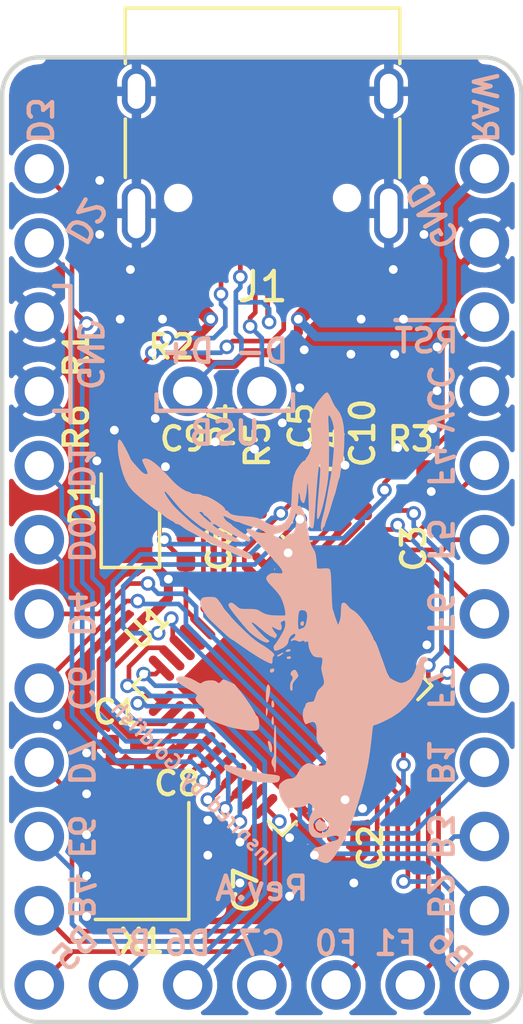
<source format=kicad_pcb>
(kicad_pcb (version 20171130) (host pcbnew 5.1.5+dfsg1-2build2)
  (title_block (title Comet) (date 2021-03-09) (rev A) (company TKW))
  (layers (0 F.Cu signal) (31 B.Cu signal) (34 B.Paste user hide) (35 F.Paste user hide) (36 B.SilkS user) (37 F.SilkS user hide) (38 B.Mask user hide) (39 F.Mask user hide) (44 Edge.Cuts user))
  (net 0 "")
  (net 1 VCC)
  (net 2 GND)
  (net 3 "Net-(C8-Pad1)")
  (net 4 "Net-(C9-Pad1)")
  (net 5 "Net-(J1-PadA5)")
  (net 6 "Net-(J1-PadB5)")
  (net 7 /RESET)
  (net 8 /PF4)
  (net 9 /PF5)
  (net 10 /PF6)
  (net 11 /PF7)
  (net 12 /PB1)
  (net 13 /PB3)
  (net 14 /PB2)
  (net 15 /PB6)
  (net 16 /PB5)
  (net 17 /PB4)
  (net 18 /PE6)
  (net 19 /PD7)
  (net 20 /PC6)
  (net 21 /PD4)
  (net 22 /PD0)
  (net 23 /PD1)
  (net 24 /PD2)
  (net 25 /PD3)
  (net 26 /PF1)
  (net 27 /PF0)
  (net 28 /PC7)
  (net 29 /PB7)
  (net 30 /D-)
  (net 31 /D+)
  (net 32 "Net-(C7-Pad1)")
  (net 33 "Net-(R4-Pad1)")
  (net 34 "Net-(R5-Pad1)")
  (net 35 "Net-(C10-Pad1)")
  (net 36 VBUS)
  (net 37 "Net-(J1-PadA8)")
  (net 38 "Net-(J1-PadB8)")
  (net 39 /PD5)
  (net 40 "Net-(U1-Pad8)")
  (net 41 "Net-(U1-Pad26)")
  (module fish:comet (layer B.Cu) (at 30.3302 42.8194 90)
    (fp_text reference G*** hide)
    (fp_text value LOGO hide)
  )
  (module Connector_USB:USB_C_Receptacle_HRO_TYPE-C-31-M-12 (layer F.Cu) (at 30.0254 25.6998 180)
    (fp_text reference J1 (at 0 -5.645) (layer F.SilkS))
    (fp_text value USB-C)
    (pad B1 smd rect (at 3.25 -4.045 180) (size 0.6 1.45) (layers F.Cu F.Paste F.Mask) (net 2 GND))
    (pad A9 smd rect (at 2.45 -4.045 180) (size 0.6 1.45) (layers F.Cu F.Paste F.Mask) (net 36 VBUS))
    (pad B9 smd rect (at -2.45 -4.045 180) (size 0.6 1.45) (layers F.Cu F.Paste F.Mask) (net 36 VBUS))
    (pad B12 smd rect (at -3.25 -4.045 180) (size 0.6 1.45) (layers F.Cu F.Paste F.Mask) (net 2 GND))
    (pad A1 smd rect (at -3.25 -4.045 180) (size 0.6 1.45) (layers F.Cu F.Paste F.Mask) (net 2 GND))
    (pad A4 smd rect (at -2.45 -4.045 180) (size 0.6 1.45) (layers F.Cu F.Paste F.Mask) (net 36 VBUS))
    (pad B4 smd rect (at 2.45 -4.045 180) (size 0.6 1.45) (layers F.Cu F.Paste F.Mask) (net 36 VBUS))
    (pad A12 smd rect (at 3.25 -4.045 180) (size 0.6 1.45) (layers F.Cu F.Paste F.Mask) (net 2 GND))
    (pad B8 smd rect (at -1.75 -4.045 180) (size 0.3 1.45) (layers F.Cu F.Paste F.Mask) (net 38 "Net-(J1-PadB8)"))
    (pad A5 smd rect (at -1.25 -4.045 180) (size 0.3 1.45) (layers F.Cu F.Paste F.Mask) (net 5 "Net-(J1-PadA5)"))
    (pad B7 smd rect (at -0.75 -4.045 180) (size 0.3 1.45) (layers F.Cu F.Paste F.Mask) (net 30 /D-))
    (pad A7 smd rect (at 0.25 -4.045 180) (size 0.3 1.45) (layers F.Cu F.Paste F.Mask) (net 30 /D-))
    (pad B6 smd rect (at 0.75 -4.045 180) (size 0.3 1.45) (layers F.Cu F.Paste F.Mask) (net 31 /D+))
    (pad A8 smd rect (at 1.25 -4.045 180) (size 0.3 1.45) (layers F.Cu F.Paste F.Mask) (net 37 "Net-(J1-PadA8)"))
    (pad B5 smd rect (at 1.75 -4.045 180) (size 0.3 1.45) (layers F.Cu F.Paste F.Mask) (net 6 "Net-(J1-PadB5)"))
    (pad A6 smd rect (at -0.25 -4.045 180) (size 0.3 1.45) (layers F.Cu F.Paste F.Mask) (net 31 /D+))
    (pad S1 thru_hole oval (at 4.32 -3.13 180) (size 1 2.1) (drill oval 0.6 1.7) (layers *.Cu *.Mask) (net 2 GND))
    (pad S1 thru_hole oval (at -4.32 -3.13 180) (size 1 2.1) (drill oval 0.6 1.7) (layers *.Cu *.Mask) (net 2 GND))
    (pad "" np_thru_hole circle (at -2.89 -2.6 180) (size 0.65 0.65) (drill 0.65) (layers *.Cu *.Mask))
    (pad S1 thru_hole oval (at -4.32 1.05 180) (size 1 1.6) (drill oval 0.6 1.2) (layers *.Cu *.Mask) (net 2 GND))
    (pad "" np_thru_hole circle (at 2.89 -2.6 180) (size 0.65 0.65) (drill 0.65) (layers *.Cu *.Mask))
    (pad S1 thru_hole oval (at 4.32 1.05 180) (size 1 1.6) (drill oval 0.6 1.2) (layers *.Cu *.Mask) (net 2 GND))
  )
  (module Diode_SMD:D_PowerDI-123 (layer F.Cu) (at 25.5 38.75 90)
    (fp_text reference D1 (at 0 -1.65 90) (layer F.SilkS) (effects (font (size 0.8 0.8))))
    (fp_text value D_Schottky)
    (pad 1 smd rect (at -0.85 0 270) (size 2.4 1.5) (layers F.Cu F.Paste F.Mask) (net 1 VCC))
    (pad 2 smd rect (at 1.525 0 270) (size 1.05 1.5) (layers F.Cu F.Paste F.Mask) (net 36 VBUS))
  )
  (module Resistor_SMD:R_0402_1005Metric (layer F.Cu) (at 29.85 38.5 90)
    (fp_text reference R5 (at 1.75 0 90) (layer F.SilkS) (effects (font (size 0.8 0.8))))
    (fp_text value 22)
    (pad 2 smd roundrect (at 0.485 0 90) (size 0.59 0.64) (layers F.Cu F.Paste F.Mask) (net 30 /D-))
    (pad 1 smd roundrect (at -0.485 0 90) (size 0.59 0.64) (layers F.Cu F.Paste F.Mask) (net 34 "Net-(R5-Pad1)"))
  )
  (module pins:Pins2 (layer F.Cu) (at 27.46 34.92 90)
    (fp_text reference J2 hide)
    (fp_text value 01x02 hide)
    (pad 1 thru_hole circle (at 0 0 90) (size 1.7 1.7) (drill 1) (layers *.Cu *.Mask) (net 31 /D+))
    (pad 2 thru_hole circle (at 0 2.54 90) (size 1.7 1.7) (drill 1) (layers *.Cu *.Mask) (net 30 /D-))
  )
  (module Capacitor_SMD:C_0402_1005Metric (layer F.Cu) (at 27.45 38.1 90)
    (fp_text reference C9 (at 1.55 -0.15 180) (layer F.SilkS) (effects (font (size 0.8 0.8))))
    (fp_text value 1u)
    (pad 1 smd roundrect (at -0.485 0 90) (size 0.59 0.64) (layers F.Cu F.Paste F.Mask) (net 4 "Net-(C9-Pad1)"))
    (pad 2 smd roundrect (at 0.485 0 90) (size 0.59 0.64) (layers F.Cu F.Paste F.Mask) (net 2 GND))
  )
  (module Capacitor_SMD:C_0402_1005Metric (layer F.Cu) (at 25.3 47 180)
    (fp_text reference C1 (at 0.3 1.1 180) (layer F.SilkS) (effects (font (size 0.8 0.8))))
    (fp_text value 0u1)
    (pad 2 smd roundrect (at 0.485 0 180) (size 0.59 0.64) (layers F.Cu F.Paste F.Mask) (net 2 GND))
    (pad 1 smd roundrect (at -0.485 0 180) (size 0.59 0.64) (layers F.Cu F.Paste F.Mask) (net 1 VCC))
  )
  (module Resistor_SMD:R_0402_1005Metric (layer F.Cu) (at 35.1 37.6)
    (fp_text reference R3 (at 0 -1.05) (layer F.SilkS) (effects (font (size 0.8 0.8))))
    (fp_text value 10k)
    (pad 2 smd roundrect (at 0.485 0) (size 0.59 0.64) (layers F.Cu F.Paste F.Mask) (net 1 VCC))
    (pad 1 smd roundrect (at -0.485 0) (size 0.59 0.64) (layers F.Cu F.Paste F.Mask) (net 7 /RESET))
  )
  (module Resistor_SMD:R_0402_1005Metric (layer F.Cu) (at 25.15 35.5)
    (fp_text reference R6 (at -1.5 0.65 90) (layer F.SilkS) (effects (font (size 0.8 0.8))))
    (fp_text value 10k)
    (pad 1 smd roundrect (at -0.485 0) (size 0.59 0.64) (layers F.Cu F.Paste F.Mask) (net 2 GND))
    (pad 2 smd roundrect (at 0.485 0) (size 0.59 0.64) (layers F.Cu F.Paste F.Mask) (net 36 VBUS))
  )
  (module Capacitor_SMD:C_0402_1005Metric (layer F.Cu) (at 27.4 40.3 90)
    (fp_text reference C6 (at 0 1.15 90) (layer F.SilkS) (effects (font (size 0.8 0.8))))
    (fp_text value 4u7)
    (pad 1 smd roundrect (at -0.485 0 90) (size 0.59 0.64) (layers F.Cu F.Paste F.Mask) (net 36 VBUS))
    (pad 2 smd roundrect (at 0.485 0 90) (size 0.59 0.64) (layers F.Cu F.Paste F.Mask) (net 2 GND))
  )
  (module Resistor_SMD:R_0402_1005Metric (layer F.Cu) (at 28.65 37.85 90)
    (fp_text reference R4 (at 1.75 0 90) (layer F.SilkS) (effects (font (size 0.8 0.8))))
    (fp_text value 22)
    (pad 1 smd roundrect (at -0.485 0 90) (size 0.59 0.64) (layers F.Cu F.Paste F.Mask) (net 33 "Net-(R4-Pad1)"))
    (pad 2 smd roundrect (at 0.485 0 90) (size 0.59 0.64) (layers F.Cu F.Paste F.Mask) (net 31 /D+))
  )
  (module Package_DFN_QFN:QFN-44-1EP_7x7mm_P0.5mm_EP5.2x5.2mm (layer F.Cu) (at 30.7 45 315)
    (fp_text reference U1 (at -4.666905 1.838478 45) (layer F.SilkS) (effects (font (size 0.8 0.8))))
    (fp_text value ATmega32U4)
    (pad 45 smd rect (at 0 0 315) (size 5.2 5.2) (layers F.Cu F.Mask) (net 2 GND))
    (pad 44 smd oval (at -2.5 -3.35 45) (size 1.1 0.3) (layers F.Cu F.Paste F.Mask) (net 1 VCC))
    (pad 43 smd oval (at -2 -3.35 45) (size 1.1 0.3) (layers F.Cu F.Paste F.Mask) (net 2 GND))
    (pad 42 smd oval (at -1.5 -3.35 45) (size 1.1 0.3) (layers F.Cu F.Paste F.Mask) (net 35 "Net-(C10-Pad1)"))
    (pad 41 smd oval (at -1 -3.35 45) (size 1.1 0.3) (layers F.Cu F.Paste F.Mask) (net 27 /PF0))
    (pad 40 smd oval (at -0.5 -3.35 45) (size 1.1 0.3) (layers F.Cu F.Paste F.Mask) (net 26 /PF1))
    (pad 39 smd oval (at 0 -3.35 45) (size 1.1 0.3) (layers F.Cu F.Paste F.Mask) (net 8 /PF4))
    (pad 38 smd oval (at 0.5 -3.35 45) (size 1.1 0.3) (layers F.Cu F.Paste F.Mask) (net 9 /PF5))
    (pad 37 smd oval (at 1 -3.35 45) (size 1.1 0.3) (layers F.Cu F.Paste F.Mask) (net 10 /PF6))
    (pad 36 smd oval (at 1.5 -3.35 45) (size 1.1 0.3) (layers F.Cu F.Paste F.Mask) (net 11 /PF7))
    (pad 35 smd oval (at 2 -3.35 45) (size 1.1 0.3) (layers F.Cu F.Paste F.Mask) (net 2 GND))
    (pad 34 smd oval (at 2.5 -3.35 45) (size 1.1 0.3) (layers F.Cu F.Paste F.Mask) (net 1 VCC))
    (pad 33 smd oval (at 3.35 -2.5 315) (size 1.1 0.3) (layers F.Cu F.Paste F.Mask) (net 2 GND))
    (pad 32 smd oval (at 3.35 -2 315) (size 1.1 0.3) (layers F.Cu F.Paste F.Mask) (net 28 /PC7))
    (pad 31 smd oval (at 3.35 -1.5 315) (size 1.1 0.3) (layers F.Cu F.Paste F.Mask) (net 20 /PC6))
    (pad 30 smd oval (at 3.35 -1 315) (size 1.1 0.3) (layers F.Cu F.Paste F.Mask) (net 15 /PB6))
    (pad 29 smd oval (at 3.35 -0.5 315) (size 1.1 0.3) (layers F.Cu F.Paste F.Mask) (net 16 /PB5))
    (pad 28 smd oval (at 3.35 0 315) (size 1.1 0.3) (layers F.Cu F.Paste F.Mask) (net 17 /PB4))
    (pad 27 smd oval (at 3.35 0.5 315) (size 1.1 0.3) (layers F.Cu F.Paste F.Mask) (net 19 /PD7))
    (pad 26 smd oval (at 3.35 1 315) (size 1.1 0.3) (layers F.Cu F.Paste F.Mask) (net 41 "Net-(U1-Pad26)"))
    (pad 25 smd oval (at 3.35 1.5 315) (size 1.1 0.3) (layers F.Cu F.Paste F.Mask) (net 21 /PD4))
    (pad 24 smd oval (at 3.35 2 315) (size 1.1 0.3) (layers F.Cu F.Paste F.Mask) (net 1 VCC))
    (pad 23 smd oval (at 3.35 2.5 315) (size 1.1 0.3) (layers F.Cu F.Paste F.Mask) (net 2 GND))
    (pad 22 smd oval (at 2.5 3.35 45) (size 1.1 0.3) (layers F.Cu F.Paste F.Mask) (net 39 /PD5))
    (pad 21 smd oval (at 2 3.35 45) (size 1.1 0.3) (layers F.Cu F.Paste F.Mask) (net 25 /PD3))
    (pad 20 smd oval (at 1.5 3.35 45) (size 1.1 0.3) (layers F.Cu F.Paste F.Mask) (net 24 /PD2))
    (pad 19 smd oval (at 1 3.35 45) (size 1.1 0.3) (layers F.Cu F.Paste F.Mask) (net 23 /PD1))
    (pad 18 smd oval (at 0.5 3.35 45) (size 1.1 0.3) (layers F.Cu F.Paste F.Mask) (net 22 /PD0))
    (pad 17 smd oval (at 0 3.35 45) (size 1.1 0.3) (layers F.Cu F.Paste F.Mask) (net 32 "Net-(C7-Pad1)"))
    (pad 16 smd oval (at -0.5 3.35 45) (size 1.1 0.3) (layers F.Cu F.Paste F.Mask) (net 3 "Net-(C8-Pad1)"))
    (pad 15 smd oval (at -1 3.35 45) (size 1.1 0.3) (layers F.Cu F.Paste F.Mask) (net 2 GND))
    (pad 14 smd oval (at -1.5 3.35 45) (size 1.1 0.3) (layers F.Cu F.Paste F.Mask) (net 1 VCC))
    (pad 13 smd oval (at -2 3.35 45) (size 1.1 0.3) (layers F.Cu F.Paste F.Mask) (net 7 /RESET))
    (pad 12 smd oval (at -2.5 3.35 45) (size 1.1 0.3) (layers F.Cu F.Paste F.Mask) (net 29 /PB7))
    (pad 11 smd oval (at -3.35 2.5 315) (size 1.1 0.3) (layers F.Cu F.Paste F.Mask) (net 13 /PB3))
    (pad 10 smd oval (at -3.35 2 315) (size 1.1 0.3) (layers F.Cu F.Paste F.Mask) (net 14 /PB2))
    (pad 9 smd oval (at -3.35 1.5 315) (size 1.1 0.3) (layers F.Cu F.Paste F.Mask) (net 12 /PB1))
    (pad 8 smd oval (at -3.35 1 315) (size 1.1 0.3) (layers F.Cu F.Paste F.Mask) (net 40 "Net-(U1-Pad8)"))
    (pad 7 smd oval (at -3.35 0.5 315) (size 1.1 0.3) (layers F.Cu F.Paste F.Mask) (net 36 VBUS))
    (pad 6 smd oval (at -3.35 0 315) (size 1.1 0.3) (layers F.Cu F.Paste F.Mask) (net 4 "Net-(C9-Pad1)"))
    (pad 5 smd oval (at -3.35 -0.5 315) (size 1.1 0.3) (layers F.Cu F.Paste F.Mask) (net 2 GND))
    (pad 4 smd oval (at -3.35 -1 315) (size 1.1 0.3) (layers F.Cu F.Paste F.Mask) (net 33 "Net-(R4-Pad1)"))
    (pad 3 smd oval (at -3.35 -1.5 315) (size 1.1 0.3) (layers F.Cu F.Paste F.Mask) (net 34 "Net-(R5-Pad1)"))
    (pad 2 smd oval (at -3.35 -2 315) (size 1.1 0.3) (layers F.Cu F.Paste F.Mask) (net 36 VBUS))
    (pad 1 smd oval (at -3.35 -2.5 315) (size 1.1 0.3) (layers F.Cu F.Paste F.Mask) (net 18 /PE6))
  )
  (module pins:Pins12 (layer F.Cu) (at 22.38 55.24 180)
    (fp_text reference J4 hide)
    (fp_text value 01x12 hide)
    (pad 1 thru_hole circle (at 0 0 180) (size 1.7 1.7) (drill 1) (layers *.Cu *.Mask) (net 16 /PB5))
    (pad 2 thru_hole circle (at 0 2.54 180) (size 1.7 1.7) (drill 1) (layers *.Cu *.Mask) (net 17 /PB4))
    (pad 3 thru_hole circle (at 0 5.08 180) (size 1.7 1.7) (drill 1) (layers *.Cu *.Mask) (net 18 /PE6))
    (pad 4 thru_hole circle (at 0 7.62 180) (size 1.7 1.7) (drill 1) (layers *.Cu *.Mask) (net 19 /PD7))
    (pad 5 thru_hole circle (at 0 10.16 180) (size 1.7 1.7) (drill 1) (layers *.Cu *.Mask) (net 20 /PC6))
    (pad 6 thru_hole circle (at 0 12.7 180) (size 1.7 1.7) (drill 1) (layers *.Cu *.Mask) (net 21 /PD4))
    (pad 7 thru_hole circle (at 0 15.24 180) (size 1.7 1.7) (drill 1) (layers *.Cu *.Mask) (net 22 /PD0))
    (pad 8 thru_hole circle (at 0 17.78 180) (size 1.7 1.7) (drill 1) (layers *.Cu *.Mask) (net 23 /PD1))
    (pad 9 thru_hole circle (at 0 20.32 180) (size 1.7 1.7) (drill 1) (layers *.Cu *.Mask) (net 2 GND))
    (pad 10 thru_hole circle (at 0 22.86 180) (size 1.7 1.7) (drill 1) (layers *.Cu *.Mask) (net 2 GND))
    (pad 11 thru_hole circle (at 0 25.4 180) (size 1.7 1.7) (drill 1) (layers *.Cu *.Mask) (net 24 /PD2))
    (pad 12 thru_hole circle (at 0 27.94 180) (size 1.7 1.7) (drill 1) (layers *.Cu *.Mask) (net 25 /PD3))
  )
  (module Crystal:Crystal_SMD_SeikoEpson_FA238-4Pin_3.2x2.5mm (layer F.Cu) (at 25.9 51 90)
    (fp_text reference X1 (at -2.75 0 180) (layer F.SilkS) (effects (font (size 0.8 0.8))))
    (fp_text value 16MHz)
    (pad 4 smd rect (at -1.1 -0.8 90) (size 1.4 1.2) (layers F.Cu F.Paste F.Mask) (net 2 GND))
    (pad 3 smd rect (at 1.1 -0.8 90) (size 1.4 1.2) (layers F.Cu F.Paste F.Mask) (net 3 "Net-(C8-Pad1)"))
    (pad 2 smd rect (at 1.1 0.8 90) (size 1.4 1.2) (layers F.Cu F.Paste F.Mask) (net 2 GND))
    (pad 1 smd rect (at -1.1 0.8 90) (size 1.4 1.2) (layers F.Cu F.Paste F.Mask) (net 32 "Net-(C7-Pad1)"))
  )
  (module Capacitor_SMD:C_0402_1005Metric (layer F.Cu) (at 32.55 50.55 270)
    (fp_text reference C2 (at 0 -1.17 270) (layer F.SilkS) (effects (font (size 0.8 0.8))))
    (fp_text value 0u1)
    (pad 1 smd roundrect (at -0.485 0 270) (size 0.59 0.64) (layers F.Cu F.Paste F.Mask) (net 1 VCC))
    (pad 2 smd roundrect (at 0.485 0 270) (size 0.59 0.64) (layers F.Cu F.Paste F.Mask) (net 2 GND))
  )
  (module Capacitor_SMD:C_0402_1005Metric (layer F.Cu) (at 35.2 42.1 270)
    (fp_text reference C3 (at -1.8 0 270) (layer F.SilkS) (effects (font (size 0.8 0.8))))
    (fp_text value 0u1)
    (pad 2 smd roundrect (at 0.485 0 270) (size 0.59 0.64) (layers F.Cu F.Paste F.Mask) (net 2 GND))
    (pad 1 smd roundrect (at -0.485 0 270) (size 0.59 0.64) (layers F.Cu F.Paste F.Mask) (net 1 VCC))
  )
  (module Capacitor_SMD:C_0402_1005Metric (layer F.Cu) (at 32.25 38.75 90)
    (fp_text reference C4 (at 1.8 0.15 90) (layer F.SilkS) (effects (font (size 0.8 0.8))))
    (fp_text value 0u1)
    (pad 1 smd roundrect (at -0.485 0 90) (size 0.59 0.64) (layers F.Cu F.Paste F.Mask) (net 1 VCC))
    (pad 2 smd roundrect (at 0.485 0 90) (size 0.59 0.64) (layers F.Cu F.Paste F.Mask) (net 2 GND))
  )
  (module Capacitor_SMD:C_0402_1005Metric (layer F.Cu) (at 31.05 37.9 90)
    (fp_text reference C5 (at 1.8 0.3 90) (layer F.SilkS) (effects (font (size 0.8 0.8))))
    (fp_text value 0u1)
    (pad 2 smd roundrect (at 0.485 0 90) (size 0.59 0.64) (layers F.Cu F.Paste F.Mask) (net 2 GND))
    (pad 1 smd roundrect (at -0.485 0 90) (size 0.59 0.64) (layers F.Cu F.Paste F.Mask) (net 36 VBUS))
  )
  (module Capacitor_SMD:C_0402_1005Metric (layer F.Cu) (at 28.3 52 90)
    (fp_text reference C7 (at 0 1.15 90) (layer F.SilkS) (effects (font (size 0.8 0.8))))
    (fp_text value 22p)
    (pad 2 smd roundrect (at 0.485 0 90) (size 0.59 0.64) (layers F.Cu F.Paste F.Mask) (net 2 GND))
    (pad 1 smd roundrect (at -0.485 0 90) (size 0.59 0.64) (layers F.Cu F.Paste F.Mask) (net 32 "Net-(C7-Pad1)"))
  )
  (module Capacitor_SMD:C_0402_1005Metric (layer F.Cu) (at 25.3 48.2)
    (fp_text reference C8 (at 1.8 0.15 180) (layer F.SilkS) (effects (font (size 0.8 0.8))))
    (fp_text value 22p)
    (pad 2 smd roundrect (at 0.485 0) (size 0.59 0.64) (layers F.Cu F.Paste F.Mask) (net 2 GND))
    (pad 1 smd roundrect (at -0.485 0) (size 0.59 0.64) (layers F.Cu F.Paste F.Mask) (net 3 "Net-(C8-Pad1)"))
  )
  (module Capacitor_SMD:C_0402_1005Metric (layer F.Cu) (at 33.45 38.55 90)
    (fp_text reference C10 (at 2.2 0 90) (layer F.SilkS) (effects (font (size 0.8 0.8))))
    (fp_text value 0u1)
    (pad 1 smd roundrect (at -0.485 0 90) (size 0.59 0.64) (layers F.Cu F.Paste F.Mask) (net 35 "Net-(C10-Pad1)"))
    (pad 2 smd roundrect (at 0.485 0 90) (size 0.59 0.64) (layers F.Cu F.Paste F.Mask) (net 2 GND))
  )
  (module Resistor_SMD:R_0402_1005Metric (layer F.Cu) (at 25.15 34.3)
    (fp_text reference R1 (at -1.5 -0.65 90) (layer F.SilkS) (effects (font (size 0.8 0.8))))
    (fp_text value 5k1)
    (pad 2 smd roundrect (at 0.485 0) (size 0.59 0.64) (layers F.Cu F.Paste F.Mask) (net 5 "Net-(J1-PadA5)"))
    (pad 1 smd roundrect (at -0.485 0) (size 0.59 0.64) (layers F.Cu F.Paste F.Mask) (net 2 GND))
  )
  (module Resistor_SMD:R_0402_1005Metric (layer F.Cu) (at 25.15 33.1)
    (fp_text reference R2 (at 1.75 0.3) (layer F.SilkS) (effects (font (size 0.8 0.8))))
    (fp_text value 5k1)
    (pad 1 smd roundrect (at -0.485 0) (size 0.59 0.64) (layers F.Cu F.Paste F.Mask) (net 2 GND))
    (pad 2 smd roundrect (at 0.485 0) (size 0.59 0.64) (layers F.Cu F.Paste F.Mask) (net 6 "Net-(J1-PadB5)"))
  )
  (module pins:Pins12 (layer F.Cu) (at 37.62 27.3)
    (fp_text reference J3 hide)
    (fp_text value 01x12 hide)
    (pad 12 thru_hole circle (at 0 27.94) (size 1.7 1.7) (drill 1) (layers *.Cu *.Mask) (net 15 /PB6))
    (pad 11 thru_hole circle (at 0 25.4) (size 1.7 1.7) (drill 1) (layers *.Cu *.Mask) (net 14 /PB2))
    (pad 10 thru_hole circle (at 0 22.86) (size 1.7 1.7) (drill 1) (layers *.Cu *.Mask) (net 13 /PB3))
    (pad 9 thru_hole circle (at 0 20.32) (size 1.7 1.7) (drill 1) (layers *.Cu *.Mask) (net 12 /PB1))
    (pad 8 thru_hole circle (at 0 17.78) (size 1.7 1.7) (drill 1) (layers *.Cu *.Mask) (net 11 /PF7))
    (pad 7 thru_hole circle (at 0 15.24) (size 1.7 1.7) (drill 1) (layers *.Cu *.Mask) (net 10 /PF6))
    (pad 6 thru_hole circle (at 0 12.7) (size 1.7 1.7) (drill 1) (layers *.Cu *.Mask) (net 9 /PF5))
    (pad 5 thru_hole circle (at 0 10.16) (size 1.7 1.7) (drill 1) (layers *.Cu *.Mask) (net 8 /PF4))
    (pad 4 thru_hole circle (at 0 7.62) (size 1.7 1.7) (drill 1) (layers *.Cu *.Mask) (net 1 VCC))
    (pad 3 thru_hole circle (at 0 5.08) (size 1.7 1.7) (drill 1) (layers *.Cu *.Mask) (net 7 /RESET))
    (pad 2 thru_hole circle (at 0 2.54) (size 1.7 1.7) (drill 1) (layers *.Cu *.Mask) (net 2 GND))
    (pad 1 thru_hole circle (at 0 0) (size 1.7 1.7) (drill 1) (layers *.Cu *.Mask) (net 36 VBUS))
  )
  (module pins:Pins5 (layer F.Cu) (at 35.08 55.24 270)
    (fp_text reference J5 hide)
    (fp_text value 01x05 hide)
    (pad 1 thru_hole circle (at 0 0 270) (size 1.7 1.7) (drill 1) (layers *.Cu *.Mask) (net 27 /PF0))
    (pad 2 thru_hole circle (at 0 2.54 270) (size 1.7 1.7) (drill 1) (layers *.Cu *.Mask) (net 26 /PF1))
    (pad 3 thru_hole circle (at 0 5.08 270) (size 1.7 1.7) (drill 1) (layers *.Cu *.Mask) (net 28 /PC7))
    (pad 4 thru_hole circle (at 0 7.62 270) (size 1.7 1.7) (drill 1) (layers *.Cu *.Mask) (net 39 /PD5))
    (pad 5 thru_hole circle (at 0 10.16 270) (size 1.7 1.7) (drill 1) (layers *.Cu *.Mask) (net 29 /PB7))
  )
  (gr_text "Inspired by Goldfish" (at 27.6632 48.3312 -45) (layer B.SilkS) (effects (font (size 0.5 0.5) (thickness 0.1)) (justify mirror)))
  (gr_line (start 22.38 23.49) (end 37.62 23.49) (layer Edge.Cuts) (width 0.15))
  (gr_text F7 (at 36.096 45.08 270) (layer B.SilkS) (effects (font (size 0.8 0.8)) (justify mirror)))
  (gr_line (start 26.3932 35.5868) (end 26.3932 35.028) (angle 90) (layer B.SilkS) (width 0.15))
  (gr_text Rev.A (at 30 51.938) (layer B.SilkS) (effects (font (size 0.8 0.8)) (justify mirror)))
  (gr_text D- (at 30 33.5484) (layer B.SilkS) (effects (font (size 0.8 0.8)) (justify mirror)))
  (gr_text D+ (at 27.46 33.5484) (layer B.SilkS) (effects (font (size 0.8 0.8)) (justify mirror)))
  (gr_text USB (at 28.73 36.3488) (layer B.SilkS) (effects (font (size 0.8 0.8)) (justify mirror)))
  (gr_line (start 31.0668 35.5868) (end 31.0668 35.028) (angle 90) (layer B.SilkS) (width 0.15))
  (gr_line (start 26.3932 35.5868) (end 31.0668 35.5868) (angle 90) (layer B.SilkS) (width 0.15))
  (gr_text D3 (at 22.38 25.649 270) (layer B.SilkS) (effects (font (size 0.8 0.8)) (justify mirror)))
  (gr_text D2 (at 23.523 29.84 240) (layer B.SilkS) (effects (font (size 0.8 0.8)) (justify left mirror)))
  (gr_text GND (at 24.1072 33.65 270) (layer B.SilkS) (effects (font (size 0.8 0.8)) (justify mirror)))
  (gr_line (start 23.4468 31.3132) (end 22.888 31.3132) (angle 90) (layer B.SilkS) (width 0.15))
  (gr_line (start 23.4468 35.9868) (end 23.4468 31.3132) (angle 90) (layer B.SilkS) (width 0.15))
  (gr_line (start 22.888 35.5868) (end 23.4468 35.5868) (angle 90) (layer B.SilkS) (width 0.15))
  (gr_text D1 (at 23.8024 37.46 270) (layer B.SilkS) (effects (font (size 0.8 0.8)) (justify mirror)))
  (gr_text D0 (at 23.8024 40 270) (layer B.SilkS) (effects (font (size 0.8 0.8)) (justify mirror)))
  (gr_text D4 (at 23.8024 42.54 270) (layer B.SilkS) (effects (font (size 0.8 0.8)) (justify mirror)))
  (gr_text C6 (at 23.8024 45.08 270) (layer B.SilkS) (effects (font (size 0.8 0.8)) (justify mirror)))
  (gr_text D7 (at 23.8024 47.62 270) (layer B.SilkS) (effects (font (size 0.8 0.8)) (justify mirror)))
  (gr_text E6 (at 23.8024 50.16 270) (layer B.SilkS) (effects (font (size 0.8 0.8)) (justify mirror)))
  (gr_text B4 (at 23.8024 52.192 270) (layer B.SilkS) (effects (font (size 0.8 0.8)) (justify mirror)))
  (gr_text B5 (at 22.9896 54.6304 45) (layer B.SilkS) (effects (font (size 0.8 0.8)) (justify right mirror)))
  (gr_text B7 (at 25.428 53.8176) (layer B.SilkS) (effects (font (size 0.8 0.8)) (justify mirror)))
  (gr_text D6 (at 27.46 53.8176) (layer B.SilkS) (effects (font (size 0.8 0.8)) (justify mirror)))
  (gr_text C7 (at 30 53.8176) (layer B.SilkS) (effects (font (size 0.8 0.8)) (justify mirror)))
  (gr_text F0 (at 32.54 53.8176) (layer B.SilkS) (effects (font (size 0.8 0.8)) (justify mirror)))
  (gr_text F1 (at 34.572 53.8176) (layer B.SilkS) (effects (font (size 0.8 0.8)) (justify mirror)))
  (gr_text B6 (at 37.0612 54.6812 315) (layer B.SilkS) (effects (font (size 0.8 0.8)) (justify left mirror)))
  (gr_text B2 (at 36.096 52.192 270) (layer B.SilkS) (effects (font (size 0.8 0.8)) (justify mirror)))
  (gr_text B3 (at 36.096 50.16 270) (layer B.SilkS) (effects (font (size 0.8 0.8)) (justify mirror)))
  (gr_text B1 (at 36.096 47.62 270) (layer B.SilkS) (effects (font (size 0.8 0.8)) (justify mirror)))
  (gr_text F6 (at 36.096 42.4892 270) (layer B.SilkS) (effects (font (size 0.8 0.8)) (justify mirror)))
  (gr_text F5 (at 36.096 40 270) (layer B.SilkS) (effects (font (size 0.8 0.8)) (justify mirror)))
  (gr_text F4 (at 36.096 37.46 270) (layer B.SilkS) (effects (font (size 0.8 0.8)) (justify mirror)))
  (gr_text VCC (at 36.096 35.174 270) (layer B.SilkS) (effects (font (size 0.8 0.8)) (justify mirror)))
  (gr_line (start 36.604 32.4816) (end 34.572 32.4816) (angle 90) (layer B.SilkS) (width 0.15))
  (gr_text RST (at 35.6388 33.1928) (layer B.SilkS) (effects (font (size 0.8 0.8)) (justify mirror)))
  (gr_text GND (at 36.4516 30.0432 300) (layer B.SilkS) (effects (font (size 0.8 0.8)) (justify left mirror)))
  (gr_text RAW (at 37.62 25.2172 270) (layer B.SilkS) (effects (font (size 0.8 0.8)) (justify mirror)))
  (gr_arc (start 22.38 24.76) (end 21.11 24.76) (angle 90) (layer Edge.Cuts) (width 0.15))
  (gr_arc (start 37.62 24.76) (end 37.62 23.49) (angle 90) (layer Edge.Cuts) (width 0.15))
  (gr_arc (start 37.62 55.24) (end 38.89 55.24) (angle 90) (layer Edge.Cuts) (width 0.15))
  (gr_arc (start 22.38 55.24) (end 22.38 56.51) (angle 90) (layer Edge.Cuts) (width 0.15))
  (gr_line (start 21.11 24.76) (end 21.11 55.24) (angle 90) (layer Edge.Cuts) (width 0.15))
  (gr_line (start 38.89 55.24) (end 38.89 24.76) (angle 90) (layer Edge.Cuts) (width 0.15))
  (gr_line (start 22.38 56.51) (end 37.62 56.51) (angle 90) (layer Edge.Cuts) (width 0.15))
  (segment (start 31.673021 48.793021) (end 31.654594 48.793021) (width 0.16) (layer F.Cu) (net 1))
  (via (at 33.45 49.2) (size 0.5) (drill 0.3) (layers F.Cu B.Cu) (net 1))
  (segment (start 33.25 49.4) (end 33.45 49.2) (width 0.16) (layer F.Cu) (net 1))
  (segment (start 27.270532 46.308148) (end 26.57868 47) (width 0.16) (layer F.Cu) (net 1))
  (segment (start 35.215 41.615) (end 35.2 41.615) (width 0.16) (layer F.Cu) (net 1))
  (segment (start 35.8 42.2) (end 35.215 41.615) (width 0.16) (layer F.Cu) (net 1))
  (segment (start 35.35 43.885534) (end 34.836575 44.398959) (width 0.16) (layer F.Cu) (net 1))
  (via (at 35.65 43.6) (size 0.5) (drill 0.3) (layers F.Cu B.Cu) (net 1))
  (segment (start 35.35 43.885534) (end 35.364466 43.885534) (width 0.16) (layer F.Cu) (net 1))
  (segment (start 35.364466 43.885534) (end 35.65 43.6) (width 0.16) (layer F.Cu) (net 1))
  (segment (start 35.65 43.6) (end 35.8 43.45) (width 0.16) (layer F.Cu) (net 1))
  (segment (start 35.8 43.45) (end 35.8 42.2) (width 0.16) (layer F.Cu) (net 1))
  (segment (start 32.271573 49.4) (end 31.654594 48.783021) (width 0.16) (layer F.Cu) (net 1))
  (segment (start 33.25 49.4) (end 32.271573 49.4) (width 0.16) (layer F.Cu) (net 1))
  (segment (start 32.55 49.678427) (end 32.271573 49.4) (width 0.16) (layer F.Cu) (net 1))
  (segment (start 32.55 50.065) (end 32.55 49.678427) (width 0.16) (layer F.Cu) (net 1))
  (segment (start 25.785 47) (end 25.7 47) (width 0.16) (layer F.Cu) (net 1))
  (segment (start 26.57868 47) (end 25.785 47) (width 0.16) (layer F.Cu) (net 1))
  (segment (start 33.45 49.2) (end 33.6 49.2) (width 0.31) (layer B.Cu) (net 1))
  (segment (start 33.6 49.2) (end 34.25 48.55) (width 0.31) (layer B.Cu) (net 1))
  (segment (start 34.25 48.55) (end 34.25 44.9) (width 0.31) (layer B.Cu) (net 1))
  (segment (start 35.55 43.6) (end 35.65 43.6) (width 0.31) (layer B.Cu) (net 1))
  (segment (start 34.25 44.9) (end 35.55 43.6) (width 0.31) (layer B.Cu) (net 1))
  (segment (start 30.9 40.45) (end 31.05 40.612384) (width 0.16) (layer F.Cu) (net 1))
  (segment (start 31.05 40.612384) (end 31.05 40.6) (width 0.16) (layer F.Cu) (net 1))
  (segment (start 30.9 40.45) (end 31.301041 40.863425) (width 0.16) (layer F.Cu) (net 1))
  (segment (start 31.05 40.6) (end 30.85 40.4) (width 0.16) (layer F.Cu) (net 1))
  (segment (start 30.9 40.45) (end 31.05 40.6) (width 0.16) (layer F.Cu) (net 1))
  (segment (start 31.05 40.612384) (end 30.85 40.4) (width 0.16) (layer F.Cu) (net 1))
  (via (at 30.9 40.45) (size 0.5) (drill 0.3) (layers F.Cu B.Cu) (net 1))
  (segment (start 25.785 46.985) (end 25.785 47) (width 0.31) (layer F.Cu) (net 1))
  (segment (start 24.5 44.15) (end 24.5 45.7) (width 0.31) (layer F.Cu) (net 1))
  (segment (start 26 42.65) (end 24.5 44.15) (width 0.31) (layer F.Cu) (net 1))
  (segment (start 24.5 45.7) (end 25.785 46.985) (width 0.31) (layer F.Cu) (net 1))
  (segment (start 26 42.65) (end 26.05 42.6) (width 0.31) (layer F.Cu) (net 1))
  (segment (start 26.05 42.6) (end 26.2 42.6) (width 0.31) (layer F.Cu) (net 1))
  (segment (start 26.2 42.6) (end 26.75 42.05) (width 0.31) (layer F.Cu) (net 1))
  (via (at 26.8 41.35) (size 0.5) (drill 0.3) (layers F.Cu B.Cu) (net 1))
  (segment (start 26.75 42.05) (end 26.8 42) (width 0.31) (layer F.Cu) (net 1))
  (segment (start 26.8 42) (end 26.8 41.35) (width 0.31) (layer F.Cu) (net 1))
  (segment (start 25.5 40.05) (end 26.8 41.35) (width 0.31) (layer F.Cu) (net 1))
  (segment (start 25.5 39.6) (end 25.5 40.05) (width 0.31) (layer F.Cu) (net 1))
  (segment (start 30 41.35) (end 30.9 40.45) (width 0.31) (layer B.Cu) (net 1))
  (segment (start 26.8 41.35) (end 30 41.35) (width 0.31) (layer B.Cu) (net 1))
  (segment (start 30.9 40.45) (end 34.05 43.6) (width 0.31) (layer B.Cu) (net 1))
  (segment (start 34.05 43.6) (end 35.65 43.6) (width 0.31) (layer B.Cu) (net 1))
  (segment (start 36.45 36.09) (end 37.62 34.92) (width 0.31) (layer B.Cu) (net 1))
  (segment (start 36.45 36.9) (end 36.45 36.09) (width 0.31) (layer B.Cu) (net 1))
  (segment (start 30.9 40.45) (end 32.9 40.45) (width 0.31) (layer B.Cu) (net 1))
  (segment (start 30.9 40.45) (end 31.2 40.15) (width 0.16) (layer F.Cu) (net 1))
  (segment (start 31.2 40.15) (end 31.75 40.15) (width 0.16) (layer F.Cu) (net 1))
  (segment (start 32.25 39.65) (end 32.25 39.235) (width 0.16) (layer F.Cu) (net 1))
  (segment (start 31.75 40.15) (end 32.25 39.65) (width 0.16) (layer F.Cu) (net 1))
  (via (at 35.8 38.35) (size 0.5) (drill 0.3) (layers F.Cu B.Cu) (net 1))
  (segment (start 35.585 37.6) (end 35.585 38.135) (width 0.16) (layer F.Cu) (net 1))
  (segment (start 35.585 38.135) (end 35.8 38.35) (width 0.16) (layer F.Cu) (net 1))
  (segment (start 35.8 38.35) (end 35 38.35) (width 0.16) (layer B.Cu) (net 1))
  (segment (start 32.9 40.45) (end 35 38.35) (width 0.31) (layer B.Cu) (net 1))
  (segment (start 35 38.35) (end 36.45 36.9) (width 0.31) (layer B.Cu) (net 1))
  (segment (start 32.535 51.035) (end 32.55 51.035) (width 0.16) (layer F.Cu) (net 2))
  (segment (start 31.95 50.45) (end 32.535 51.035) (width 0.16) (layer F.Cu) (net 2))
  (segment (start 25.785 47.685) (end 25.785 48.2) (width 0.16) (layer F.Cu) (net 2))
  (segment (start 25.7 47.6) (end 25.785 47.685) (width 0.16) (layer F.Cu) (net 2))
  (segment (start 24.9 47.6) (end 25.7 47.6) (width 0.16) (layer F.Cu) (net 2))
  (segment (start 24.815 47) (end 24.815 47.515) (width 0.16) (layer F.Cu) (net 2))
  (segment (start 24.815 47.515) (end 24.9 47.6) (width 0.16) (layer F.Cu) (net 2))
  (segment (start 26.55 48.2) (end 25.785 48.2) (width 0.16) (layer F.Cu) (net 2))
  (segment (start 26.7 48.05) (end 26.55 48.2) (width 0.16) (layer F.Cu) (net 2))
  (segment (start 28.3 51.515) (end 28.865 51.515) (width 0.16) (layer F.Cu) (net 2))
  (segment (start 29.15 52.85) (end 28.95 53.05) (width 0.16) (layer F.Cu) (net 2))
  (segment (start 28.95 53.05) (end 25.15 53.05) (width 0.16) (layer F.Cu) (net 2))
  (segment (start 25.1 53) (end 25.1 52.1) (width 0.16) (layer F.Cu) (net 2))
  (segment (start 25.15 53.05) (end 25.1 53) (width 0.16) (layer F.Cu) (net 2))
  (segment (start 25.1 51.2) (end 25.1 52.1) (width 0.16) (layer F.Cu) (net 2))
  (segment (start 25.3 51) (end 25.1 51.2) (width 0.16) (layer F.Cu) (net 2))
  (segment (start 26.5 51) (end 25.3 51) (width 0.16) (layer F.Cu) (net 2))
  (segment (start 26.7 49.9) (end 26.7 50.8) (width 0.16) (layer F.Cu) (net 2))
  (segment (start 26.7 50.8) (end 26.5 51) (width 0.16) (layer F.Cu) (net 2))
  (segment (start 25.1 52.1) (end 24.3 52.1) (width 0.16) (layer F.Cu) (net 2))
  (segment (start 24.35 47.6) (end 24.9 47.6) (width 0.16) (layer F.Cu) (net 2))
  (segment (start 24.25 52.05) (end 24.3 52.1) (width 0.16) (layer F.Cu) (net 2))
  (segment (start 26.7 47.585787) (end 26.7 48.05) (width 0.16) (layer F.Cu) (net 2))
  (segment (start 27.624086 46.661701) (end 26.7 47.585787) (width 0.16) (layer F.Cu) (net 2))
  (segment (start 30.7 44.292893) (end 30.7 45) (width 0.16) (layer F.Cu) (net 2))
  (segment (start 28.684746 42.277639) (end 30.7 44.292893) (width 0.16) (layer F.Cu) (net 2))
  (segment (start 30.7 42.171573) (end 30.7 45) (width 0.16) (layer F.Cu) (net 2))
  (segment (start 31.654594 41.216979) (end 30.7 42.171573) (width 0.16) (layer F.Cu) (net 2))
  (segment (start 33.528427 45) (end 34.483021 44.045406) (width 0.16) (layer F.Cu) (net 2))
  (segment (start 30.7 45) (end 33.528427 45) (width 0.16) (layer F.Cu) (net 2))
  (segment (start 34.235534 45) (end 34.836575 45.601041) (width 0.16) (layer F.Cu) (net 2))
  (segment (start 30.7 45) (end 34.235534 45) (width 0.16) (layer F.Cu) (net 2))
  (segment (start 29.285787 45) (end 27.624086 46.661701) (width 0.16) (layer F.Cu) (net 2))
  (segment (start 30.7 45) (end 29.285787 45) (width 0.16) (layer F.Cu) (net 2))
  (segment (start 30.7 48.535534) (end 30.7 45) (width 0.16) (layer F.Cu) (net 2))
  (segment (start 31.301041 49.136575) (end 30.7 48.535534) (width 0.16) (layer F.Cu) (net 2))
  (segment (start 35.2 43.328427) (end 34.483021 44.045406) (width 0.16) (layer F.Cu) (net 2))
  (segment (start 35.2 42.585) (end 35.2 43.328427) (width 0.16) (layer F.Cu) (net 2))
  (segment (start 31.95 49.785534) (end 31.301041 49.136575) (width 0.16) (layer F.Cu) (net 2))
  (segment (start 31.95 50.45) (end 31.95 49.785534) (width 0.16) (layer F.Cu) (net 2))
  (segment (start 27.1 39.15) (end 26.85 38.9) (width 0.16) (layer F.Cu) (net 2))
  (segment (start 27.25 39.15) (end 27.1 39.15) (width 0.16) (layer F.Cu) (net 2))
  (segment (start 27.4 39.815) (end 27.4 39.3) (width 0.16) (layer F.Cu) (net 2))
  (segment (start 27.4 39.3) (end 27.25 39.15) (width 0.16) (layer F.Cu) (net 2))
  (segment (start 27.965 37.615) (end 27.45 37.615) (width 0.16) (layer F.Cu) (net 2))
  (segment (start 28.05 37.7) (end 27.965 37.615) (width 0.16) (layer F.Cu) (net 2))
  (segment (start 28.05 38.65) (end 28.05 37.7) (width 0.16) (layer F.Cu) (net 2))
  (segment (start 28.35 38.95) (end 28.05 38.65) (width 0.16) (layer F.Cu) (net 2))
  (segment (start 28.684746 42.277639) (end 28.35 41.942893) (width 0.16) (layer F.Cu) (net 2))
  (segment (start 28.35 41.942893) (end 28.35 38.95) (width 0.16) (layer F.Cu) (net 2))
  (segment (start 32.935 38.065) (end 33.45 38.065) (width 0.16) (layer F.Cu) (net 2))
  (segment (start 32.85 38.15) (end 32.935 38.065) (width 0.16) (layer F.Cu) (net 2))
  (segment (start 32.15 40.25) (end 32.85 39.55) (width 0.16) (layer F.Cu) (net 2))
  (segment (start 31.654594 41.216979) (end 32.15 40.721573) (width 0.16) (layer F.Cu) (net 2))
  (segment (start 32.15 40.721573) (end 32.15 40.25) (width 0.16) (layer F.Cu) (net 2))
  (segment (start 32.765 38.265) (end 32.85 38.35) (width 0.16) (layer F.Cu) (net 2))
  (segment (start 32.25 38.265) (end 32.765 38.265) (width 0.16) (layer F.Cu) (net 2))
  (segment (start 32.85 39.55) (end 32.85 38.35) (width 0.16) (layer F.Cu) (net 2))
  (segment (start 32.85 38.35) (end 32.85 38.15) (width 0.16) (layer F.Cu) (net 2))
  (segment (start 31.05 37.415) (end 31.915 37.415) (width 0.16) (layer F.Cu) (net 2))
  (segment (start 32.25 37.75) (end 32.25 38.265) (width 0.16) (layer F.Cu) (net 2))
  (segment (start 31.915 37.415) (end 32.25 37.75) (width 0.16) (layer F.Cu) (net 2))
  (segment (start 31.05 37.415) (end 30.535 37.415) (width 0.16) (layer F.Cu) (net 2))
  (segment (start 30.535 37.415) (end 30.45 37.5) (width 0.16) (layer F.Cu) (net 2))
  (segment (start 30.45 37.5) (end 30.45 38.65) (width 0.16) (layer F.Cu) (net 2))
  (via (at 33.4 32.45) (size 0.5) (drill 0.3) (layers F.Cu B.Cu) (net 2))
  (segment (start 34.76 31.14) (end 35.55 31.14) (width 0.16) (layer F.Cu) (net 2))
  (segment (start 34.55 31.4) (end 34.55 31.35) (width 0.16) (layer F.Cu) (net 2))
  (segment (start 34.55 31.35) (end 34.76 31.14) (width 0.16) (layer F.Cu) (net 2))
  (segment (start 34.335 31.615) (end 34.55 31.4) (width 0.16) (layer F.Cu) (net 2))
  (segment (start 33.915 31.615) (end 34.335 31.615) (width 0.16) (layer F.Cu) (net 2))
  (segment (start 26.085 31.615) (end 25.665 31.615) (width 0.16) (layer F.Cu) (net 2))
  (segment (start 25.665 31.615) (end 25.45 31.4) (width 0.16) (layer F.Cu) (net 2))
  (segment (start 25.45 31.4) (end 25.45 31.35) (width 0.16) (layer F.Cu) (net 2))
  (segment (start 25.24 31.14) (end 24.45 31.14) (width 0.16) (layer F.Cu) (net 2))
  (segment (start 25.45 31.35) (end 25.24 31.14) (width 0.16) (layer F.Cu) (net 2))
  (segment (start 24.45 31.14) (end 24.45 29.55) (width 0.16) (layer F.Cu) (net 2))
  (segment (start 35.55 31.14) (end 35.55 29.55) (width 0.16) (layer F.Cu) (net 2))
  (segment (start 36.32 31.14) (end 37.62 29.84) (width 0.16) (layer F.Cu) (net 2))
  (segment (start 35.55 31.14) (end 36.32 31.14) (width 0.16) (layer F.Cu) (net 2))
  (via (at 26.6 32.45) (size 0.5) (drill 0.3) (layers F.Cu B.Cu) (net 2))
  (segment (start 26.085 31.615) (end 26.085 32.235) (width 0.16) (layer F.Cu) (net 2))
  (segment (start 26.3 32.45) (end 26.6 32.45) (width 0.16) (layer F.Cu) (net 2))
  (segment (start 26.085 32.235) (end 26.3 32.45) (width 0.16) (layer F.Cu) (net 2))
  (segment (start 33.4 32.45) (end 33.7 32.45) (width 0.16) (layer F.Cu) (net 2))
  (segment (start 33.915 32.235) (end 33.915 31.615) (width 0.16) (layer F.Cu) (net 2))
  (segment (start 33.7 32.45) (end 33.915 32.235) (width 0.16) (layer F.Cu) (net 2))
  (segment (start 22.38 34.92) (end 23.15 34.15) (width 0.16) (layer F.Cu) (net 2))
  (segment (start 23.15 33.15) (end 22.38 32.38) (width 0.16) (layer F.Cu) (net 2))
  (segment (start 23.15 34.15) (end 23.15 33.15) (width 0.16) (layer F.Cu) (net 2))
  (segment (start 24.665 33.1) (end 24.665 34.3) (width 0.16) (layer F.Cu) (net 2))
  (segment (start 24.665 34.3) (end 24.665 35.5) (width 0.16) (layer F.Cu) (net 2))
  (segment (start 23.15 33.15) (end 23.9 33.15) (width 0.16) (layer F.Cu) (net 2))
  (segment (start 23.95 33.1) (end 24.665 33.1) (width 0.16) (layer F.Cu) (net 2))
  (segment (start 23.9 33.15) (end 23.95 33.1) (width 0.16) (layer F.Cu) (net 2))
  (segment (start 27.45 37.615) (end 27.45 36.9) (width 0.16) (layer F.Cu) (net 2))
  (segment (start 25.7 33.35) (end 26.6 32.45) (width 0.16) (layer B.Cu) (net 2))
  (segment (start 25.7 35.15) (end 25.7 33.35) (width 0.16) (layer B.Cu) (net 2))
  (via (at 23 46.35) (size 0.5) (drill 0.3) (layers F.Cu B.Cu) (net 2))
  (via (at 24 47.3) (size 0.5) (drill 0.3) (layers F.Cu B.Cu) (net 2))
  (via (at 24 48.7) (size 0.5) (drill 0.3) (layers F.Cu B.Cu) (net 2))
  (via (at 24 50.1) (size 0.5) (drill 0.3) (layers F.Cu B.Cu) (net 2))
  (via (at 24 51.5) (size 0.5) (drill 0.3) (layers F.Cu B.Cu) (net 2))
  (via (at 24 52.9) (size 0.5) (drill 0.3) (layers F.Cu B.Cu) (net 2))
  (via (at 29.25 51.75) (size 0.5) (drill 0.3) (layers F.Cu B.Cu) (net 2))
  (via (at 29.25 50.35) (size 0.5) (drill 0.3) (layers F.Cu B.Cu) (net 2))
  (via (at 28.15 49.6) (size 0.5) (drill 0.3) (layers F.Cu B.Cu) (net 2))
  (via (at 28.15 50.8) (size 0.5) (drill 0.3) (layers F.Cu B.Cu) (net 2))
  (via (at 30.95 50.2) (size 0.5) (drill 0.3) (layers F.Cu B.Cu) (net 2))
  (via (at 31.8 50.8) (size 0.5) (drill 0.3) (layers F.Cu B.Cu) (net 2))
  (via (at 33.15 51.75) (size 0.5) (drill 0.3) (layers F.Cu B.Cu) (net 2))
  (via (at 30.95 52.2) (size 0.5) (drill 0.3) (layers F.Cu B.Cu) (net 2))
  (via (at 24.35 38.7) (size 0.5) (drill 0.3) (layers F.Cu B.Cu) (net 2))
  (via (at 24.35 37.3) (size 0.5) (drill 0.3) (layers F.Cu B.Cu) (net 2))
  (via (at 24.95 36.25) (size 0.5) (drill 0.3) (layers F.Cu B.Cu) (net 2))
  (via (at 28.4 36.65) (size 0.5) (drill 0.3) (layers F.Cu B.Cu) (net 2))
  (via (at 26.7 37.5) (size 0.5) (drill 0.3) (layers F.Cu B.Cu) (net 2))
  (via (at 26.35 35.85) (size 0.5) (drill 0.3) (layers F.Cu B.Cu) (net 2))
  (via (at 29.75 36.9) (size 0.5) (drill 0.3) (layers F.Cu B.Cu) (net 2))
  (via (at 30.7 36) (size 0.5) (drill 0.3) (layers F.Cu B.Cu) (net 2))
  (via (at 31.3 34.8) (size 0.5) (drill 0.3) (layers F.Cu B.Cu) (net 2))
  (via (at 31.45 33.5) (size 0.5) (drill 0.3) (layers F.Cu B.Cu) (net 2))
  (via (at 33.05 33.65) (size 0.5) (drill 0.3) (layers F.Cu B.Cu) (net 2))
  (via (at 34.55 33.65) (size 0.5) (drill 0.3) (layers F.Cu B.Cu) (net 2))
  (via (at 36 33.4) (size 0.5) (drill 0.3) (layers F.Cu B.Cu) (net 2))
  (via (at 35.85 36.2) (size 0.5) (drill 0.3) (layers F.Cu B.Cu) (net 2))
  (via (at 34.65 36.85) (size 0.5) (drill 0.3) (layers F.Cu B.Cu) (net 2))
  (via (at 32.85 37.45) (size 0.5) (drill 0.3) (layers F.Cu B.Cu) (net 2))
  (via (at 31.55 36.75) (size 0.5) (drill 0.3) (layers F.Cu B.Cu) (net 2))
  (via (at 25.15 32.45) (size 0.5) (drill 0.3) (layers F.Cu B.Cu) (net 2))
  (via (at 25.5 30.75) (size 0.5) (drill 0.3) (layers F.Cu B.Cu) (net 2))
  (via (at 34.85 32.45) (size 0.5) (drill 0.3) (layers F.Cu B.Cu) (net 2))
  (via (at 34.5 30.75) (size 0.5) (drill 0.3) (layers F.Cu B.Cu) (net 2))
  (via (at 36 34.9) (size 0.5) (drill 0.3) (layers F.Cu B.Cu) (net 2))
  (segment (start 35.55 29.55) (end 35.55 27.7) (width 0.16) (layer F.Cu) (net 2))
  (via (at 35.55 29.55) (size 0.5) (drill 0.3) (layers F.Cu B.Cu) (net 2))
  (segment (start 35.55 27.7) (end 35.55 26.09) (width 0.16) (layer F.Cu) (net 2))
  (via (at 35.55 27.7) (size 0.5) (drill 0.3) (layers F.Cu B.Cu) (net 2))
  (segment (start 24.45 27.7) (end 24.45 26.09) (width 0.16) (layer F.Cu) (net 2))
  (via (at 24.45 27.7) (size 0.5) (drill 0.3) (layers F.Cu B.Cu) (net 2))
  (segment (start 24.45 29.55) (end 24.45 27.7) (width 0.16) (layer F.Cu) (net 2))
  (via (at 24.45 29.55) (size 0.5) (drill 0.3) (layers F.Cu B.Cu) (net 2))
  (segment (start 24.815 49.615) (end 25.1 49.9) (width 0.16) (layer F.Cu) (net 3))
  (segment (start 24.815 48.2) (end 24.815 49.615) (width 0.16) (layer F.Cu) (net 3))
  (segment (start 25.1 49.9) (end 25.1 49.8) (width 0.16) (layer F.Cu) (net 3))
  (segment (start 25.1 49.8) (end 26.05 48.85) (width 0.16) (layer F.Cu) (net 3))
  (segment (start 26.05 48.85) (end 26.8 48.85) (width 0.16) (layer F.Cu) (net 3))
  (segment (start 26.8 48.85) (end 27.15 48.5) (width 0.16) (layer F.Cu) (net 3))
  (segment (start 27.15 48.5) (end 27.15 47.9) (width 0.16) (layer F.Cu) (net 3))
  (segment (start 27.15 47.9) (end 27.55 47.5) (width 0.16) (layer F.Cu) (net 3))
  (segment (start 27.55 47.442893) (end 27.977639 47.015254) (width 0.16) (layer F.Cu) (net 3))
  (segment (start 28 42.3) (end 28.331192 42.631192) (width 0.16) (layer F.Cu) (net 4))
  (segment (start 28 39.1) (end 28 42.3) (width 0.16) (layer F.Cu) (net 4))
  (segment (start 27.45 38.585) (end 27.485 38.585) (width 0.16) (layer F.Cu) (net 4))
  (segment (start 27.485 38.585) (end 28 39.1) (width 0.16) (layer F.Cu) (net 4))
  (via (at 28.8 33.4) (size 0.5) (drill 0.3) (layers F.Cu B.Cu) (net 5))
  (segment (start 25.635 34.3) (end 25.635 34.265) (width 0.16) (layer F.Cu) (net 5))
  (via (at 26.25 33.6) (size 0.5) (drill 0.3) (layers F.Cu B.Cu) (net 5))
  (segment (start 25.635 34.265) (end 26.25 33.65) (width 0.16) (layer F.Cu) (net 5))
  (segment (start 26.25 33.65) (end 26.25 33.6) (width 0.16) (layer F.Cu) (net 5))
  (segment (start 28.6 33.6) (end 28.8 33.4) (width 0.16) (layer B.Cu) (net 5))
  (segment (start 26.25 33.6) (end 28.6 33.6) (width 0.16) (layer B.Cu) (net 5))
  (segment (start 31.2754 30.6298) (end 31.2754 29.7448) (width 0.16) (layer F.Cu) (net 5))
  (segment (start 30.75 31.1552) (end 31.2754 30.6298) (width 0.16) (layer F.Cu) (net 5))
  (segment (start 30.35 33.2) (end 30.75 32.8) (width 0.16) (layer F.Cu) (net 5))
  (segment (start 29 33.2) (end 30.35 33.2) (width 0.16) (layer F.Cu) (net 5))
  (segment (start 30.75 32.8) (end 30.75 31.1552) (width 0.16) (layer F.Cu) (net 5))
  (segment (start 28.8 33.4) (end 29 33.2) (width 0.16) (layer F.Cu) (net 5))
  (segment (start 28.75 32.7) (end 28.35 33.1) (width 0.16) (layer B.Cu) (net 6))
  (via (at 26.75 33.1) (size 0.5) (drill 0.3) (layers F.Cu B.Cu) (net 6))
  (segment (start 25.635 33.1) (end 26.75 33.1) (width 0.16) (layer F.Cu) (net 6))
  (segment (start 26.75 33.1) (end 28.35 33.1) (width 0.16) (layer B.Cu) (net 6))
  (segment (start 28.2754 30.6298) (end 28.603 30.9574) (width 0.16) (layer F.Cu) (net 6))
  (segment (start 28.2754 29.7448) (end 28.2754 30.6298) (width 0.16) (layer F.Cu) (net 6))
  (segment (start 28.603 30.9574) (end 28.603 31.5926) (width 0.16) (layer F.Cu) (net 6))
  (via (at 28.603 31.5926) (size 0.5) (drill 0.3) (layers F.Cu B.Cu) (net 6))
  (segment (start 28.603 31.946153) (end 28.603 31.5926) (width 0.16) (layer B.Cu) (net 6))
  (segment (start 28.75 32.093153) (end 28.603 31.946153) (width 0.16) (layer B.Cu) (net 6))
  (segment (start 28.75 32.7) (end 28.75 32.093153) (width 0.16) (layer B.Cu) (net 6))
  (segment (start 30.65 39.95) (end 32.8 39.95) (width 0.16) (layer B.Cu) (net 7))
  (segment (start 26.916979 45.954594) (end 26.571573 46.3) (width 0.16) (layer F.Cu) (net 7))
  (segment (start 25.75 46.3) (end 24.9 45.45) (width 0.16) (layer F.Cu) (net 7))
  (segment (start 24.9 45.45) (end 24.9 44.4) (width 0.16) (layer F.Cu) (net 7))
  (segment (start 26.571573 46.3) (end 25.75 46.3) (width 0.16) (layer F.Cu) (net 7))
  (segment (start 24.9 44.4) (end 25.95 43.35) (width 0.16) (layer F.Cu) (net 7))
  (segment (start 26.25 43.2) (end 25.45 43.2) (width 0.16) (layer B.Cu) (net 7))
  (segment (start 25.45 43.2) (end 25.25 43) (width 0.16) (layer B.Cu) (net 7))
  (via (at 26.45 43.2) (size 0.5) (drill 0.3) (layers F.Cu B.Cu) (net 7))
  (segment (start 25.95 43.35) (end 26.1 43.2) (width 0.16) (layer F.Cu) (net 7))
  (segment (start 26.1 43.2) (end 26.45 43.2) (width 0.16) (layer F.Cu) (net 7))
  (segment (start 25.25 43) (end 25.25 41.6) (width 0.16) (layer B.Cu) (net 7))
  (segment (start 25.25 41.6) (end 26 40.85) (width 0.16) (layer B.Cu) (net 7))
  (segment (start 29.75 40.85) (end 30.65 39.95) (width 0.16) (layer B.Cu) (net 7))
  (segment (start 26 40.85) (end 29.75 40.85) (width 0.16) (layer B.Cu) (net 7))
  (via (at 34.2 38.3) (size 0.5) (drill 0.3) (layers F.Cu B.Cu) (net 7))
  (segment (start 32.8 39.95) (end 34.2 38.55) (width 0.16) (layer B.Cu) (net 7))
  (segment (start 34.2 38.55) (end 34.2 38.3) (width 0.16) (layer B.Cu) (net 7))
  (segment (start 34.2 38.3) (end 34.2 38.05) (width 0.16) (layer F.Cu) (net 7))
  (segment (start 34.615 37.635) (end 34.615 37.6) (width 0.16) (layer F.Cu) (net 7))
  (segment (start 34.2 38.05) (end 34.615 37.635) (width 0.16) (layer F.Cu) (net 7))
  (segment (start 36.5 33.5) (end 37.62 32.38) (width 0.16) (layer F.Cu) (net 7))
  (segment (start 36.5 36.25) (end 36.5 33.5) (width 0.16) (layer F.Cu) (net 7))
  (segment (start 35.75 37) (end 36.5 36.25) (width 0.16) (layer F.Cu) (net 7))
  (segment (start 35.2 37) (end 35.75 37) (width 0.16) (layer F.Cu) (net 7))
  (segment (start 34.615 37.6) (end 34.615 37.585) (width 0.16) (layer F.Cu) (net 7))
  (segment (start 34.615 37.585) (end 35.2 37) (width 0.16) (layer F.Cu) (net 7))
  (segment (start 33.55 40.85) (end 34.4 40) (width 0.16) (layer F.Cu) (net 8))
  (segment (start 35.08 40) (end 37.62 37.46) (width 0.16) (layer F.Cu) (net 8))
  (segment (start 34.4 40) (end 35.08 40) (width 0.16) (layer F.Cu) (net 8))
  (segment (start 33.55 42.15) (end 33.068808 42.631192) (width 0.16) (layer F.Cu) (net 8))
  (segment (start 33.55 40.85) (end 33.55 42.15) (width 0.16) (layer F.Cu) (net 8))
  (segment (start 33.9 41) (end 34.55 40.35) (width 0.16) (layer F.Cu) (net 9))
  (segment (start 37.62 40) (end 36.55 40) (width 0.16) (layer F.Cu) (net 9))
  (segment (start 36.2 40.35) (end 34.55 40.35) (width 0.16) (layer F.Cu) (net 9))
  (segment (start 36.55 40) (end 36.2 40.35) (width 0.16) (layer F.Cu) (net 9))
  (segment (start 33.9 42.507107) (end 33.422361 42.984746) (width 0.16) (layer F.Cu) (net 9))
  (segment (start 33.9 41) (end 33.9 42.507107) (width 0.16) (layer F.Cu) (net 9))
  (segment (start 34.25 41.15) (end 34.7 40.7) (width 0.16) (layer F.Cu) (net 10))
  (segment (start 35.78 40.7) (end 37.62 42.54) (width 0.16) (layer F.Cu) (net 10))
  (segment (start 34.7 40.7) (end 35.78 40.7) (width 0.16) (layer F.Cu) (net 10))
  (segment (start 34.25 42.864213) (end 33.775914 43.338299) (width 0.16) (layer F.Cu) (net 10))
  (segment (start 34.25 41.15) (end 34.25 42.864213) (width 0.16) (layer F.Cu) (net 10))
  (segment (start 34.6 41.3) (end 34.85 41.05) (width 0.16) (layer F.Cu) (net 11))
  (segment (start 34.85 41.05) (end 35.55 41.05) (width 0.16) (layer F.Cu) (net 11))
  (segment (start 35.55 41.05) (end 36.15 41.65) (width 0.16) (layer F.Cu) (net 11))
  (segment (start 36.15 43.61) (end 37.62 45.08) (width 0.16) (layer F.Cu) (net 11))
  (segment (start 36.15 41.65) (end 36.15 43.61) (width 0.16) (layer F.Cu) (net 11))
  (segment (start 34.6 43.22132) (end 34.129468 43.691852) (width 0.16) (layer F.Cu) (net 11))
  (segment (start 34.6 41.3) (end 34.6 43.22132) (width 0.16) (layer F.Cu) (net 11))
  (segment (start 35.19 50.05) (end 37.62 47.62) (width 0.16) (layer B.Cu) (net 12))
  (segment (start 32.75 50.05) (end 35.19 50.05) (width 0.16) (layer B.Cu) (net 12))
  (segment (start 32 49.3) (end 32.75 50.05) (width 0.16) (layer B.Cu) (net 12))
  (segment (start 32 48) (end 32 49.3) (width 0.16) (layer B.Cu) (net 12))
  (via (at 26.9 42.7) (size 0.5) (drill 0.3) (layers F.Cu B.Cu) (net 12))
  (segment (start 27.270532 43.691852) (end 26.95 43.37132) (width 0.16) (layer F.Cu) (net 12))
  (segment (start 26.95 42.75) (end 26.9 42.7) (width 0.16) (layer F.Cu) (net 12))
  (segment (start 26.95 43.37132) (end 26.95 42.75) (width 0.16) (layer F.Cu) (net 12))
  (segment (start 26.9 42.7) (end 26.9 42.9) (width 0.16) (layer B.Cu) (net 12))
  (segment (start 26.9 42.9) (end 32 48) (width 0.16) (layer B.Cu) (net 12))
  (via (at 25.95 44.6) (size 0.5) (drill 0.3) (layers F.Cu B.Cu) (net 13))
  (segment (start 36.59 50.16) (end 37.62 50.16) (width 0.16) (layer B.Cu) (net 13))
  (segment (start 36.35 50.4) (end 36.59 50.16) (width 0.16) (layer B.Cu) (net 13))
  (segment (start 26.35 45) (end 28.5 45) (width 0.16) (layer B.Cu) (net 13))
  (segment (start 25.95 44.6) (end 26.35 45) (width 0.16) (layer B.Cu) (net 13))
  (segment (start 28.5 45) (end 31.65 48.15) (width 0.16) (layer B.Cu) (net 13))
  (segment (start 31.65 48.15) (end 31.65 49.45) (width 0.16) (layer B.Cu) (net 13))
  (segment (start 31.65 49.45) (end 32.6 50.4) (width 0.16) (layer B.Cu) (net 13))
  (segment (start 32.6 50.4) (end 36.35 50.4) (width 0.16) (layer B.Cu) (net 13))
  (segment (start 26.362384 44.6) (end 26.563425 44.398959) (width 0.16) (layer F.Cu) (net 13))
  (segment (start 25.95 44.6) (end 26.362384 44.6) (width 0.16) (layer F.Cu) (net 13))
  (segment (start 26.571573 43.7) (end 26.916979 44.045406) (width 0.16) (layer F.Cu) (net 14))
  (segment (start 25.45 44.35) (end 26.1 43.7) (width 0.16) (layer F.Cu) (net 14))
  (segment (start 26.1 43.7) (end 26.571573 43.7) (width 0.16) (layer F.Cu) (net 14))
  (via (at 25.4 45) (size 0.5) (drill 0.3) (layers F.Cu B.Cu) (net 14))
  (segment (start 25.45 44.35) (end 25.45 44.95) (width 0.16) (layer F.Cu) (net 14))
  (segment (start 25.45 44.95) (end 25.4 45) (width 0.16) (layer F.Cu) (net 14))
  (segment (start 25.5 45.1) (end 25.95 45.1) (width 0.16) (layer B.Cu) (net 14))
  (segment (start 25.4 45) (end 25.5 45.1) (width 0.16) (layer B.Cu) (net 14))
  (segment (start 28.35 45.35) (end 26.2 45.35) (width 0.16) (layer B.Cu) (net 14))
  (segment (start 31.3 48.3) (end 28.35 45.35) (width 0.16) (layer B.Cu) (net 14))
  (segment (start 31.3 49.6) (end 31.3 48.3) (width 0.16) (layer B.Cu) (net 14))
  (segment (start 32.45 50.75) (end 31.3 49.6) (width 0.16) (layer B.Cu) (net 14))
  (segment (start 37.62 52.7) (end 35.67 50.75) (width 0.16) (layer B.Cu) (net 14))
  (segment (start 35.67 50.75) (end 32.45 50.75) (width 0.16) (layer B.Cu) (net 14))
  (segment (start 26.2 45.35) (end 25.95 45.1) (width 0.16) (layer B.Cu) (net 14))
  (segment (start 35 48.55) (end 34.3 47.85) (width 0.16) (layer F.Cu) (net 15))
  (segment (start 34.3 47.185787) (end 33.775914 46.661701) (width 0.16) (layer F.Cu) (net 15))
  (segment (start 34.3 47.85) (end 34.3 47.185787) (width 0.16) (layer F.Cu) (net 15))
  (via (at 34.85 51.7) (size 0.5) (drill 0.3) (layers F.Cu B.Cu) (net 15))
  (segment (start 35 48.55) (end 35 51.55) (width 0.16) (layer F.Cu) (net 15))
  (segment (start 35 51.55) (end 34.85 51.7) (width 0.16) (layer F.Cu) (net 15))
  (segment (start 34.85 51.7) (end 36.15 51.7) (width 0.16) (layer B.Cu) (net 15))
  (segment (start 36.15 51.7) (end 36.5 52.05) (width 0.16) (layer B.Cu) (net 15))
  (segment (start 36.5 54.12) (end 37.62 55.24) (width 0.16) (layer B.Cu) (net 15))
  (segment (start 36.5 52.05) (end 36.5 54.12) (width 0.16) (layer B.Cu) (net 15))
  (segment (start 34.65 48.7) (end 33.95 48) (width 0.16) (layer F.Cu) (net 16))
  (segment (start 23.52 54.1) (end 30.6 54.1) (width 0.16) (layer F.Cu) (net 16))
  (segment (start 22.38 55.24) (end 23.52 54.1) (width 0.16) (layer F.Cu) (net 16))
  (segment (start 30.6 54.1) (end 31.3 53.4) (width 0.16) (layer F.Cu) (net 16))
  (segment (start 33.95 47.542893) (end 33.422361 47.015254) (width 0.16) (layer F.Cu) (net 16))
  (segment (start 31.3 53.4) (end 33.4 53.4) (width 0.16) (layer F.Cu) (net 16))
  (segment (start 33.95 48) (end 33.95 47.542893) (width 0.16) (layer F.Cu) (net 16))
  (segment (start 34.65 51.15) (end 34.65 48.7) (width 0.16) (layer F.Cu) (net 16))
  (segment (start 34.35 51.45) (end 34.65 51.15) (width 0.16) (layer F.Cu) (net 16))
  (segment (start 33.4 53.4) (end 34.35 52.45) (width 0.16) (layer F.Cu) (net 16))
  (segment (start 34.35 52.45) (end 34.35 51.45) (width 0.16) (layer F.Cu) (net 16))
  (segment (start 30.45 53.75) (end 23.43 53.75) (width 0.16) (layer F.Cu) (net 17))
  (segment (start 31.15 53.05) (end 30.45 53.75) (width 0.16) (layer F.Cu) (net 17))
  (segment (start 33.25 53.05) (end 31.15 53.05) (width 0.16) (layer F.Cu) (net 17))
  (segment (start 23.43 53.75) (end 22.38 52.7) (width 0.16) (layer F.Cu) (net 17))
  (segment (start 34 52.3) (end 33.25 53.05) (width 0.16) (layer F.Cu) (net 17))
  (segment (start 33.6 47.9) (end 33.6 48.15) (width 0.16) (layer F.Cu) (net 17))
  (segment (start 33.068808 47.368808) (end 33.6 47.9) (width 0.16) (layer F.Cu) (net 17))
  (segment (start 33.6 48.15) (end 34.3 48.85) (width 0.16) (layer F.Cu) (net 17))
  (segment (start 34.3 48.85) (end 34.3 51) (width 0.16) (layer F.Cu) (net 17))
  (segment (start 34.3 51) (end 34 51.3) (width 0.16) (layer F.Cu) (net 17))
  (segment (start 34 51.3) (end 34 52.3) (width 0.16) (layer F.Cu) (net 17))
  (segment (start 30.35 40.612384) (end 30.098959 40.863425) (width 0.16) (layer F.Cu) (net 18))
  (segment (start 30.35 40.3) (end 30.35 40.612384) (width 0.16) (layer F.Cu) (net 18))
  (via (at 31.3 39.3) (size 0.5) (drill 0.3) (layers F.Cu B.Cu) (net 18))
  (segment (start 30.35 40.3) (end 30.35 40.25) (width 0.16) (layer F.Cu) (net 18))
  (segment (start 30.35 40.25) (end 31.3 39.3) (width 0.16) (layer F.Cu) (net 18))
  (segment (start 31 39.6) (end 31.3 39.3) (width 0.16) (layer B.Cu) (net 18))
  (segment (start 30.5 39.6) (end 31 39.6) (width 0.16) (layer B.Cu) (net 18))
  (segment (start 29.6 40.5) (end 30.5 39.6) (width 0.16) (layer B.Cu) (net 18))
  (segment (start 25.85 40.5) (end 29.6 40.5) (width 0.16) (layer B.Cu) (net 18))
  (segment (start 24.9 41.45) (end 25.85 40.5) (width 0.16) (layer B.Cu) (net 18))
  (segment (start 24.9 45.45) (end 24.9 41.45) (width 0.16) (layer B.Cu) (net 18))
  (segment (start 28.2 46.2) (end 25.65 46.2) (width 0.16) (layer B.Cu) (net 18))
  (segment (start 29.75 47.75) (end 28.2 46.2) (width 0.16) (layer B.Cu) (net 18))
  (segment (start 23.5 51.28) (end 23.5 53.15) (width 0.16) (layer B.Cu) (net 18))
  (segment (start 23.5 53.15) (end 24.1 53.75) (width 0.16) (layer B.Cu) (net 18))
  (segment (start 25.65 46.2) (end 24.9 45.45) (width 0.16) (layer B.Cu) (net 18))
  (segment (start 24.1 53.75) (end 27.95 53.75) (width 0.16) (layer B.Cu) (net 18))
  (segment (start 22.38 50.16) (end 23.5 51.28) (width 0.16) (layer B.Cu) (net 18))
  (segment (start 27.95 53.75) (end 29.75 51.95) (width 0.16) (layer B.Cu) (net 18))
  (segment (start 29.75 51.95) (end 29.75 47.75) (width 0.16) (layer B.Cu) (net 18))
  (segment (start 33.95 48.957107) (end 32.715254 47.722361) (width 0.16) (layer F.Cu) (net 19))
  (segment (start 33.65 52.15) (end 33.65 51.15) (width 0.16) (layer F.Cu) (net 19))
  (segment (start 33.95 50.85) (end 33.95 48.957107) (width 0.16) (layer F.Cu) (net 19))
  (segment (start 33.1 52.7) (end 33.65 52.15) (width 0.16) (layer F.Cu) (net 19))
  (segment (start 23.5 48.74) (end 23.5 53.15) (width 0.16) (layer F.Cu) (net 19))
  (segment (start 22.38 47.62) (end 23.5 48.74) (width 0.16) (layer F.Cu) (net 19))
  (segment (start 23.5 53.15) (end 23.75 53.4) (width 0.16) (layer F.Cu) (net 19))
  (segment (start 23.75 53.4) (end 30.3 53.4) (width 0.16) (layer F.Cu) (net 19))
  (segment (start 30.3 53.4) (end 31 52.7) (width 0.16) (layer F.Cu) (net 19))
  (segment (start 33.65 51.15) (end 33.95 50.85) (width 0.16) (layer F.Cu) (net 19))
  (segment (start 31 52.7) (end 33.1 52.7) (width 0.16) (layer F.Cu) (net 19))
  (via (at 34.85 47.7) (size 0.5) (drill 0.3) (layers F.Cu B.Cu) (net 20))
  (segment (start 34.85 47.02868) (end 34.129468 46.308148) (width 0.16) (layer F.Cu) (net 20))
  (segment (start 34.85 47.7) (end 34.85 47.02868) (width 0.16) (layer F.Cu) (net 20))
  (segment (start 34.85 48.55) (end 34.85 47.7) (width 0.16) (layer B.Cu) (net 20))
  (segment (start 33.7 49.7) (end 34.85 48.55) (width 0.16) (layer B.Cu) (net 20))
  (segment (start 32.9 49.7) (end 33.7 49.7) (width 0.16) (layer B.Cu) (net 20))
  (segment (start 32.35 49.15) (end 32.9 49.7) (width 0.16) (layer B.Cu) (net 20))
  (segment (start 32.35 47.85) (end 32.35 49.15) (width 0.16) (layer B.Cu) (net 20))
  (via (at 25.75 42.1) (size 0.5) (drill 0.3) (layers F.Cu B.Cu) (net 20))
  (segment (start 32.35 47.85) (end 27.4 42.9) (width 0.16) (layer B.Cu) (net 20))
  (segment (start 27.4 42.9) (end 27.4 42.45) (width 0.16) (layer B.Cu) (net 20))
  (segment (start 27.4 42.45) (end 27.15 42.2) (width 0.16) (layer B.Cu) (net 20))
  (segment (start 25.85 42.2) (end 25.75 42.1) (width 0.16) (layer B.Cu) (net 20))
  (segment (start 27.15 42.2) (end 25.85 42.2) (width 0.16) (layer B.Cu) (net 20))
  (segment (start 25.36 42.1) (end 22.38 45.08) (width 0.16) (layer F.Cu) (net 20))
  (segment (start 25.75 42.1) (end 25.36 42.1) (width 0.16) (layer F.Cu) (net 20))
  (via (at 32.85 48.9) (size 0.5) (drill 0.3) (layers F.Cu B.Cu) (net 21))
  (segment (start 32.47868 48.9) (end 32.008148 48.429468) (width 0.16) (layer F.Cu) (net 21))
  (segment (start 32.85 48.9) (end 32.47868 48.9) (width 0.16) (layer F.Cu) (net 21))
  (segment (start 32.85 48.9) (end 32.85 47.85) (width 0.16) (layer B.Cu) (net 21))
  (via (at 26.1 41.5) (size 0.5) (drill 0.3) (layers F.Cu B.Cu) (net 21))
  (segment (start 26.1 41.5) (end 25.45 41.5) (width 0.16) (layer F.Cu) (net 21))
  (segment (start 24.41 42.54) (end 22.38 42.54) (width 0.16) (layer F.Cu) (net 21))
  (segment (start 25.45 41.5) (end 24.41 42.54) (width 0.16) (layer F.Cu) (net 21))
  (segment (start 26.1 41.5) (end 26.45 41.85) (width 0.16) (layer B.Cu) (net 21))
  (segment (start 26.45 41.85) (end 27.3 41.85) (width 0.16) (layer B.Cu) (net 21))
  (segment (start 27.3 41.85) (end 27.75 42.3) (width 0.16) (layer B.Cu) (net 21))
  (segment (start 27.75 42.3) (end 27.75 42.75) (width 0.16) (layer B.Cu) (net 21))
  (segment (start 27.75 42.75) (end 32.85 47.85) (width 0.16) (layer B.Cu) (net 21))
  (via (at 28 48.25) (size 0.5) (drill 0.3) (layers F.Cu B.Cu) (net 22))
  (segment (start 28.157107 48.25) (end 28.684746 47.722361) (width 0.16) (layer F.Cu) (net 22))
  (segment (start 28 48.25) (end 28.157107 48.25) (width 0.16) (layer F.Cu) (net 22))
  (segment (start 28 48) (end 28 48.25) (width 0.16) (layer B.Cu) (net 22))
  (segment (start 27.6 47.6) (end 28 48) (width 0.16) (layer B.Cu) (net 22))
  (segment (start 23.15 40.77) (end 23.15 41.75) (width 0.16) (layer B.Cu) (net 22))
  (segment (start 23.15 41.75) (end 23.5 42.1) (width 0.16) (layer B.Cu) (net 22))
  (segment (start 22.38 40) (end 23.15 40.77) (width 0.16) (layer B.Cu) (net 22))
  (segment (start 27.6 47.6) (end 25.05 47.6) (width 0.16) (layer B.Cu) (net 22))
  (segment (start 25.05 47.6) (end 23.5 46.05) (width 0.16) (layer B.Cu) (net 22))
  (segment (start 23.5 46.05) (end 23.5 42.1) (width 0.16) (layer B.Cu) (net 22))
  (via (at 28.15 48.9) (size 0.5) (drill 0.3) (layers F.Cu B.Cu) (net 23))
  (segment (start 28.214213 48.9) (end 29.038299 48.075914) (width 0.16) (layer F.Cu) (net 23))
  (segment (start 28.15 48.9) (end 28.214213 48.9) (width 0.16) (layer F.Cu) (net 23))
  (segment (start 23.15 38.23) (end 22.38 37.46) (width 0.16) (layer B.Cu) (net 23))
  (segment (start 23.15 39.2) (end 23.15 38.23) (width 0.16) (layer B.Cu) (net 23))
  (segment (start 23.5 39.55) (end 23.15 39.2) (width 0.16) (layer B.Cu) (net 23))
  (segment (start 23.5 41.6) (end 23.5 39.55) (width 0.16) (layer B.Cu) (net 23))
  (segment (start 23.85 41.95) (end 23.5 41.6) (width 0.16) (layer B.Cu) (net 23))
  (segment (start 28.15 48.9) (end 28.5 48.55) (width 0.16) (layer B.Cu) (net 23))
  (segment (start 28.5 48) (end 27.75 47.25) (width 0.16) (layer B.Cu) (net 23))
  (segment (start 28.5 48.55) (end 28.5 48) (width 0.16) (layer B.Cu) (net 23))
  (segment (start 23.85 41.95) (end 23.85 45.9) (width 0.16) (layer B.Cu) (net 23))
  (segment (start 25.2 47.25) (end 27.75 47.25) (width 0.16) (layer B.Cu) (net 23))
  (segment (start 23.85 45.9) (end 25.2 47.25) (width 0.16) (layer B.Cu) (net 23))
  (via (at 28.75 49.2) (size 0.5) (drill 0.3) (layers F.Cu B.Cu) (net 24))
  (segment (start 28.75 49.07132) (end 29.391852 48.429468) (width 0.16) (layer F.Cu) (net 24))
  (segment (start 28.75 49.2) (end 28.75 49.07132) (width 0.16) (layer F.Cu) (net 24))
  (segment (start 27.9 46.9) (end 28.85 47.85) (width 0.16) (layer B.Cu) (net 24))
  (segment (start 28.85 49.1) (end 28.75 49.2) (width 0.16) (layer B.Cu) (net 24))
  (segment (start 22.38 29.84) (end 23.5 30.96) (width 0.16) (layer B.Cu) (net 24))
  (segment (start 28.85 47.85) (end 28.85 49.1) (width 0.16) (layer B.Cu) (net 24))
  (segment (start 23.5 39.05) (end 23.85 39.4) (width 0.16) (layer B.Cu) (net 24))
  (segment (start 23.85 39.4) (end 23.85 41.45) (width 0.16) (layer B.Cu) (net 24))
  (segment (start 23.85 41.45) (end 24.2 41.8) (width 0.16) (layer B.Cu) (net 24))
  (segment (start 23.5 30.96) (end 23.5 39.05) (width 0.16) (layer B.Cu) (net 24))
  (segment (start 27.9 46.9) (end 25.35 46.9) (width 0.16) (layer B.Cu) (net 24))
  (segment (start 24.2 45.75) (end 24.2 41.8) (width 0.16) (layer B.Cu) (net 24))
  (segment (start 25.35 46.9) (end 24.2 45.75) (width 0.16) (layer B.Cu) (net 24))
  (via (at 29.25 49.65) (size 0.5) (drill 0.3) (layers F.Cu B.Cu) (net 25))
  (segment (start 29.25 49.278427) (end 29.745406 48.783021) (width 0.16) (layer F.Cu) (net 25))
  (segment (start 29.25 49.65) (end 29.25 49.278427) (width 0.16) (layer F.Cu) (net 25))
  (segment (start 24.2 41.3) (end 24.2 39.5) (width 0.16) (layer B.Cu) (net 25))
  (segment (start 29.25 47.75) (end 28.05 46.55) (width 0.16) (layer B.Cu) (net 25))
  (segment (start 29.25 49.65) (end 29.25 47.75) (width 0.16) (layer B.Cu) (net 25))
  (segment (start 28.05 46.55) (end 25.5 46.55) (width 0.16) (layer B.Cu) (net 25))
  (segment (start 25.5 46.55) (end 24.55 45.6) (width 0.16) (layer B.Cu) (net 25))
  (segment (start 24.55 45.6) (end 24.55 41.65) (width 0.16) (layer B.Cu) (net 25))
  (segment (start 24.55 41.65) (end 24.2 41.3) (width 0.16) (layer B.Cu) (net 25))
  (segment (start 24.2 39.5) (end 24.2 39.25) (width 0.16) (layer B.Cu) (net 25))
  (segment (start 24.2 39.25) (end 23.85 38.9) (width 0.16) (layer B.Cu) (net 25))
  (via (at 24 32.6) (size 0.5) (drill 0.3) (layers F.Cu B.Cu) (net 25))
  (segment (start 23.85 38.9) (end 23.85 32.75) (width 0.16) (layer B.Cu) (net 25))
  (segment (start 23.85 32.75) (end 24 32.6) (width 0.16) (layer B.Cu) (net 25))
  (segment (start 24 32.6) (end 23.5 32.1) (width 0.16) (layer F.Cu) (net 25))
  (segment (start 23.5 28.42) (end 22.38 27.3) (width 0.16) (layer F.Cu) (net 25))
  (segment (start 23.5 32.1) (end 23.5 28.42) (width 0.16) (layer F.Cu) (net 25))
  (segment (start 32.54 55.24) (end 34.48 53.3) (width 0.16) (layer F.Cu) (net 26))
  (via (at 34.65 39.5) (size 0.5) (drill 0.3) (layers F.Cu B.Cu) (net 26))
  (segment (start 34.65 39.5) (end 36.15 41) (width 0.16) (layer B.Cu) (net 26))
  (via (at 35.7 44.3) (size 0.5) (drill 0.3) (layers F.Cu B.Cu) (net 26))
  (segment (start 36.15 41) (end 36.15 43.85) (width 0.16) (layer B.Cu) (net 26))
  (segment (start 36.15 43.85) (end 35.7 44.3) (width 0.16) (layer B.Cu) (net 26))
  (segment (start 33.2 41.792893) (end 32.715254 42.277639) (width 0.16) (layer F.Cu) (net 26))
  (segment (start 33.2 40.7) (end 33.2 41.792893) (width 0.16) (layer F.Cu) (net 26))
  (segment (start 34.25 39.65) (end 33.2 40.7) (width 0.16) (layer F.Cu) (net 26))
  (segment (start 34.65 39.5) (end 34.5 39.65) (width 0.16) (layer F.Cu) (net 26))
  (segment (start 34.5 39.65) (end 34.25 39.65) (width 0.16) (layer F.Cu) (net 26))
  (segment (start 35.7 52.08) (end 34.48 53.3) (width 0.16) (layer F.Cu) (net 26))
  (segment (start 35.7 44.3) (end 35.7 52.08) (width 0.16) (layer F.Cu) (net 26))
  (via (at 35.2 39.1) (size 0.5) (drill 0.3) (layers F.Cu B.Cu) (net 27))
  (segment (start 35.2 39.1) (end 35.2 39.55) (width 0.16) (layer B.Cu) (net 27))
  (segment (start 35.2 39.55) (end 36.5 40.85) (width 0.16) (layer B.Cu) (net 27))
  (via (at 36.35 44.55) (size 0.5) (drill 0.3) (layers F.Cu B.Cu) (net 27))
  (segment (start 36.5 40.85) (end 36.5 44.4) (width 0.16) (layer B.Cu) (net 27))
  (segment (start 36.5 44.4) (end 36.35 44.55) (width 0.16) (layer B.Cu) (net 27))
  (segment (start 36.35 44.55) (end 36.05 44.85) (width 0.16) (layer F.Cu) (net 27))
  (segment (start 36.05 54.27) (end 35.08 55.24) (width 0.16) (layer F.Cu) (net 27))
  (segment (start 36.05 44.85) (end 36.05 54.27) (width 0.16) (layer F.Cu) (net 27))
  (segment (start 35.1 39) (end 35.2 39.1) (width 0.16) (layer F.Cu) (net 27))
  (segment (start 34.4 39) (end 35.1 39) (width 0.16) (layer F.Cu) (net 27))
  (segment (start 32.85 40.55) (end 34.4 39) (width 0.16) (layer F.Cu) (net 27))
  (segment (start 32.361701 41.924086) (end 32.85 41.435787) (width 0.16) (layer F.Cu) (net 27))
  (segment (start 32.85 41.435787) (end 32.85 40.55) (width 0.16) (layer F.Cu) (net 27))
  (segment (start 35.35 46.821573) (end 34.483021 45.954594) (width 0.16) (layer F.Cu) (net 28))
  (segment (start 35.35 51.95) (end 35.35 46.821573) (width 0.16) (layer F.Cu) (net 28))
  (segment (start 33.55 53.75) (end 35.35 51.95) (width 0.16) (layer F.Cu) (net 28))
  (segment (start 30 55.24) (end 31.49 53.75) (width 0.16) (layer F.Cu) (net 28))
  (segment (start 31.49 53.75) (end 33.55 53.75) (width 0.16) (layer F.Cu) (net 28))
  (segment (start 26.563425 45.601041) (end 26.364466 45.8) (width 0.16) (layer F.Cu) (net 29))
  (segment (start 26.312384 45.35) (end 26.563425 45.601041) (width 0.16) (layer F.Cu) (net 29))
  (segment (start 26.06 54.1) (end 24.92 55.24) (width 0.16) (layer B.Cu) (net 29))
  (segment (start 28.1 54.1) (end 26.06 54.1) (width 0.16) (layer B.Cu) (net 29))
  (segment (start 30.1 52.1) (end 28.1 54.1) (width 0.16) (layer B.Cu) (net 29))
  (segment (start 30.1 47.6) (end 30.1 52.1) (width 0.16) (layer B.Cu) (net 29))
  (segment (start 28.2 45.7) (end 30.1 47.6) (width 0.16) (layer B.Cu) (net 29))
  (segment (start 26.312384 45.35) (end 26 45.35) (width 0.16) (layer F.Cu) (net 29))
  (segment (start 26 45.35) (end 25.75 45.6) (width 0.16) (layer F.Cu) (net 29))
  (via (at 25.75 45.6) (size 0.5) (drill 0.3) (layers F.Cu B.Cu) (net 29))
  (segment (start 25.75 45.6) (end 25.95 45.6) (width 0.16) (layer B.Cu) (net 29))
  (segment (start 25.95 45.6) (end 26.05 45.7) (width 0.16) (layer B.Cu) (net 29))
  (segment (start 26.05 45.7) (end 28.2 45.7) (width 0.16) (layer B.Cu) (net 29))
  (segment (start 29.85 38.015) (end 29.815 38.015) (width 0.16) (layer F.Cu) (net 30))
  (segment (start 29.815 38.015) (end 29.25 37.45) (width 0.16) (layer F.Cu) (net 30))
  (segment (start 29.25 35.67) (end 30 34.92) (width 0.16) (layer F.Cu) (net 30))
  (segment (start 29.25 37.45) (end 29.25 36.2) (width 0.16) (layer F.Cu) (net 30))
  (segment (start 29.25 35.67) (end 29.25 36.2) (width 0.16) (layer F.Cu) (net 30))
  (via (at 29.6 32.7) (size 0.5) (drill 0.3) (layers F.Cu B.Cu) (net 30))
  (segment (start 30 33.55) (end 30 34.92) (width 0.16) (layer B.Cu) (net 30))
  (segment (start 30 33.1) (end 30 33.55) (width 0.16) (layer B.Cu) (net 30))
  (segment (start 29.6 32.7) (end 30 33.1) (width 0.16) (layer B.Cu) (net 30))
  (segment (start 30.7754 28.8598) (end 30.4602 28.5446) (width 0.16) (layer F.Cu) (net 30))
  (segment (start 30.7754 29.7448) (end 30.7754 28.8598) (width 0.16) (layer F.Cu) (net 30))
  (segment (start 29.7754 28.8598) (end 29.7754 29.7448) (width 0.16) (layer F.Cu) (net 30))
  (segment (start 30.0906 28.5446) (end 29.7754 28.8598) (width 0.16) (layer F.Cu) (net 30))
  (segment (start 30.4602 28.5446) (end 30.0906 28.5446) (width 0.16) (layer F.Cu) (net 30))
  (segment (start 29.7754 32.2254) (end 29.7754 29.7448) (width 0.16) (layer F.Cu) (net 30))
  (segment (start 29.6 32.4008) (end 29.7754 32.2254) (width 0.16) (layer F.Cu) (net 30))
  (segment (start 29.6 32.7) (end 29.6 32.4008) (width 0.16) (layer F.Cu) (net 30))
  (segment (start 28.65 37.365) (end 28.9 37.115) (width 0.16) (layer F.Cu) (net 31))
  (segment (start 28.9 37.115) (end 28.9 36.36) (width 0.16) (layer F.Cu) (net 31))
  (segment (start 28.9 36.36) (end 28.55 36.01) (width 0.16) (layer F.Cu) (net 31))
  (segment (start 27.46 34.92) (end 28.55 36.01) (width 0.16) (layer F.Cu) (net 31))
  (via (at 30.25 32.55) (size 0.5) (drill 0.3) (layers F.Cu B.Cu) (net 31))
  (segment (start 30.25 32.55) (end 30.25 32.35) (width 0.16) (layer B.Cu) (net 31))
  (segment (start 30.2 32.55) (end 30.2 31.615) (width 0.16) (layer F.Cu) (net 31))
  (segment (start 30.25 32.55) (end 30.2 32.55) (width 0.16) (layer F.Cu) (net 31))
  (segment (start 30.2754 31.5396) (end 30.2754 29.7448) (width 0.16) (layer F.Cu) (net 31))
  (segment (start 30.2 31.615) (end 30.2754 31.5396) (width 0.16) (layer F.Cu) (net 31))
  (segment (start 29.2754 30.3614) (end 29.2634 30.3734) (width 0.16) (layer F.Cu) (net 31))
  (segment (start 29.2754 29.7448) (end 29.2754 30.3614) (width 0.16) (layer F.Cu) (net 31))
  (via (at 29.2634 31.0084) (size 0.5) (drill 0.3) (layers F.Cu B.Cu) (net 31))
  (segment (start 29.2634 30.3734) (end 29.2634 31.0084) (width 0.16) (layer F.Cu) (net 31))
  (segment (start 29.2634 31.361953) (end 29.2634 31.0084) (width 0.16) (layer B.Cu) (net 31))
  (segment (start 29.109999 31.515354) (end 29.2634 31.361953) (width 0.16) (layer B.Cu) (net 31))
  (segment (start 29.3 33.65) (end 29.3 33.125202) (width 0.16) (layer B.Cu) (net 31))
  (segment (start 29 33.95) (end 29.3 33.65) (width 0.16) (layer B.Cu) (net 31))
  (segment (start 29.3 33.125202) (end 29.109999 32.935201) (width 0.16) (layer B.Cu) (net 31))
  (segment (start 28.43 33.95) (end 29 33.95) (width 0.16) (layer B.Cu) (net 31))
  (segment (start 27.46 34.92) (end 28.43 33.95) (width 0.16) (layer B.Cu) (net 31))
  (segment (start 29.1364 31.872) (end 29.111 31.8974) (width 0.16) (layer B.Cu) (net 31))
  (segment (start 30.0254 31.872) (end 29.1364 31.872) (width 0.16) (layer B.Cu) (net 31))
  (segment (start 30.25 32.0966) (end 30.0254 31.872) (width 0.16) (layer B.Cu) (net 31))
  (segment (start 30.25 32.55) (end 30.25 32.0966) (width 0.16) (layer B.Cu) (net 31))
  (segment (start 29.111 31.8974) (end 29.109999 31.515354) (width 0.16) (layer B.Cu) (net 31))
  (segment (start 29.109999 32.935201) (end 29.111 31.8974) (width 0.16) (layer B.Cu) (net 31))
  (segment (start 27.085 52.485) (end 26.7 52.1) (width 0.16) (layer F.Cu) (net 32))
  (segment (start 28.3 52.485) (end 27.085 52.485) (width 0.16) (layer F.Cu) (net 32))
  (segment (start 26.7 52.1) (end 26.7 52) (width 0.16) (layer F.Cu) (net 32))
  (segment (start 26.7 52) (end 27.65 51.05) (width 0.16) (layer F.Cu) (net 32))
  (segment (start 27.65 51.05) (end 27.65 48.65) (width 0.16) (layer F.Cu) (net 32))
  (segment (start 27.65 48.65) (end 27.5 48.5) (width 0.16) (layer F.Cu) (net 32))
  (segment (start 27.5 48.5) (end 27.5 48.05) (width 0.16) (layer F.Cu) (net 32))
  (segment (start 27.5 48.05) (end 27.8 47.75) (width 0.16) (layer F.Cu) (net 32))
  (segment (start 27.95 47.75) (end 28.331192 47.368808) (width 0.16) (layer F.Cu) (net 32))
  (segment (start 27.8 47.75) (end 27.95 47.75) (width 0.16) (layer F.Cu) (net 32))
  (segment (start 28.65 38.75) (end 28.65 38.335) (width 0.16) (layer F.Cu) (net 33))
  (segment (start 28.7 38.8) (end 28.65 38.75) (width 0.16) (layer F.Cu) (net 33))
  (segment (start 29.038299 41.924086) (end 28.7 41.585787) (width 0.16) (layer F.Cu) (net 33))
  (segment (start 28.7 41.585787) (end 28.7 38.8) (width 0.16) (layer F.Cu) (net 33))
  (segment (start 29.815 38.985) (end 29.85 38.985) (width 0.16) (layer F.Cu) (net 34))
  (segment (start 29.05 39.75) (end 29.815 38.985) (width 0.16) (layer F.Cu) (net 34))
  (segment (start 29.391852 41.570532) (end 29.05 41.22868) (width 0.16) (layer F.Cu) (net 34))
  (segment (start 29.05 41.22868) (end 29.05 39.75) (width 0.16) (layer F.Cu) (net 34))
  (segment (start 32.5 41.07868) (end 32.008148 41.570532) (width 0.16) (layer F.Cu) (net 35))
  (segment (start 32.5 40.4) (end 32.5 41.07868) (width 0.16) (layer F.Cu) (net 35))
  (segment (start 33.45 39.45) (end 33.45 39.035) (width 0.16) (layer F.Cu) (net 35))
  (segment (start 32.5 40.4) (end 33.45 39.45) (width 0.16) (layer F.Cu) (net 35))
  (segment (start 27.977639 42.984746) (end 27.4 42.407107) (width 0.16) (layer F.Cu) (net 36))
  (via (at 30.65 39.1) (size 0.5) (drill 0.3) (layers F.Cu B.Cu) (net 36))
  (segment (start 30.25 39.5) (end 30.65 39.1) (width 0.16) (layer F.Cu) (net 36))
  (segment (start 30.25 39.55) (end 30.25 39.5) (width 0.16) (layer F.Cu) (net 36))
  (segment (start 29.4 40.4) (end 30.25 39.55) (width 0.16) (layer F.Cu) (net 36))
  (segment (start 29.745406 41.216979) (end 29.4 40.871573) (width 0.16) (layer F.Cu) (net 36))
  (segment (start 29.4 40.871573) (end 29.4 40.4) (width 0.16) (layer F.Cu) (net 36))
  (segment (start 27.4 40.785) (end 27.4 42.407107) (width 0.16) (layer F.Cu) (net 36))
  (segment (start 27.4 40.785) (end 27.385 40.785) (width 0.16) (layer F.Cu) (net 36))
  (via (at 26.66 40) (size 0.5) (drill 0.3) (layers F.Cu B.Cu) (net 36))
  (segment (start 27.385 40.785) (end 26.66 40.06) (width 0.16) (layer F.Cu) (net 36))
  (segment (start 26.66 40.06) (end 26.66 40) (width 0.16) (layer F.Cu) (net 36))
  (segment (start 25.725 37.225) (end 25.5 37.225) (width 0.16) (layer F.Cu) (net 36))
  (segment (start 26.5 38) (end 25.725 37.225) (width 0.16) (layer F.Cu) (net 36))
  (segment (start 26.66 40) (end 26.5 39.84) (width 0.16) (layer F.Cu) (net 36))
  (segment (start 26.5 39.84) (end 26.5 38) (width 0.16) (layer F.Cu) (net 36))
  (segment (start 30.65 39.1) (end 30.774798 39.1) (width 0.16) (layer F.Cu) (net 36))
  (segment (start 31.05 38.7) (end 31.05 38.385) (width 0.16) (layer F.Cu) (net 36))
  (segment (start 30.65 39.1) (end 31.05 38.7) (width 0.16) (layer F.Cu) (net 36))
  (via (at 28.25 32.45) (size 0.5) (drill 0.3) (layers F.Cu B.Cu) (net 36))
  (via (at 31.25 32.45) (size 0.5) (drill 0.3) (layers F.Cu B.Cu) (net 36))
  (segment (start 31.2 32.3) (end 31.25 32.35) (width 0.16) (layer F.Cu) (net 36))
  (segment (start 31.25 32.35) (end 31.25 32.45) (width 0.16) (layer F.Cu) (net 36))
  (segment (start 31.25 32.9) (end 31.25 32.45) (width 0.31) (layer F.Cu) (net 36))
  (segment (start 30.55 33.6) (end 31.25 32.9) (width 0.31) (layer F.Cu) (net 36))
  (segment (start 28.25 32.45) (end 28.2 32.5) (width 0.31) (layer F.Cu) (net 36))
  (segment (start 29.05 34) (end 29.45 33.6) (width 0.31) (layer F.Cu) (net 36))
  (segment (start 29.45 33.6) (end 30.55 33.6) (width 0.31) (layer F.Cu) (net 36))
  (segment (start 25.5 37.225) (end 25.5 36.45) (width 0.31) (layer F.Cu) (net 36))
  (segment (start 25.635 36.315) (end 25.635 35.5) (width 0.31) (layer F.Cu) (net 36))
  (segment (start 25.5 36.45) (end 25.635 36.315) (width 0.31) (layer F.Cu) (net 36))
  (segment (start 25.635 35.5) (end 25.635 35.465) (width 0.31) (layer F.Cu) (net 36))
  (segment (start 25.635 35.465) (end 26.25 34.85) (width 0.31) (layer F.Cu) (net 36))
  (segment (start 26.25 34.85) (end 26.25 34.45) (width 0.31) (layer F.Cu) (net 36))
  (segment (start 26.25 34.45) (end 26.95 33.75) (width 0.31) (layer F.Cu) (net 36))
  (segment (start 37.62 27.3) (end 36.4 28.52) (width 0.31) (layer B.Cu) (net 36))
  (segment (start 36.4 28.52) (end 36.4 30.2) (width 0.31) (layer B.Cu) (net 36))
  (segment (start 36.4 30.2) (end 36.5 30.3) (width 0.31) (layer B.Cu) (net 36))
  (segment (start 36.5 30.3) (end 36.5 32) (width 0.31) (layer B.Cu) (net 36))
  (segment (start 36.5 32) (end 36.4 32.1) (width 0.31) (layer B.Cu) (net 36))
  (segment (start 36.4 32.1) (end 36.4 32.2) (width 0.31) (layer B.Cu) (net 36))
  (segment (start 36.4 32.2) (end 35.55 33.05) (width 0.31) (layer B.Cu) (net 36))
  (segment (start 31.85 33.05) (end 31.25 32.45) (width 0.31) (layer B.Cu) (net 36))
  (segment (start 35.55 33.05) (end 31.85 33.05) (width 0.31) (layer B.Cu) (net 36))
  (segment (start 26.95 33.75) (end 27.1 33.75) (width 0.31) (layer F.Cu) (net 36))
  (segment (start 28.25 32.6) (end 28.25 32.45) (width 0.31) (layer F.Cu) (net 36))
  (segment (start 27.1 33.75) (end 28.25 32.6) (width 0.31) (layer F.Cu) (net 36))
  (segment (start 29.05 34) (end 28.25 34) (width 0.31) (layer F.Cu) (net 36))
  (segment (start 28 33.75) (end 27.1 33.75) (width 0.31) (layer F.Cu) (net 36))
  (segment (start 28.25 34) (end 28 33.75) (width 0.31) (layer F.Cu) (net 36))
  (segment (start 26.81 40.15) (end 26.66 40) (width 0.16) (layer B.Cu) (net 36))
  (segment (start 29.45 40.15) (end 26.81 40.15) (width 0.16) (layer B.Cu) (net 36))
  (segment (start 30.35 39.25) (end 29.45 40.15) (width 0.16) (layer B.Cu) (net 36))
  (segment (start 30.65 39.1) (end 30.5 39.25) (width 0.16) (layer B.Cu) (net 36))
  (segment (start 30.5 39.25) (end 30.35 39.25) (width 0.16) (layer B.Cu) (net 36))
  (segment (start 27.5754 31.7754) (end 27.5754 29.7448) (width 0.508) (layer F.Cu) (net 36))
  (segment (start 28.25 32.45) (end 27.5754 31.7754) (width 0.508) (layer F.Cu) (net 36))
  (segment (start 32.4754 31.2246) (end 32.4754 29.7448) (width 0.508) (layer F.Cu) (net 36))
  (segment (start 31.25 32.45) (end 32.4754 31.2246) (width 0.508) (layer F.Cu) (net 36))
  (segment (start 27.46 55.24) (end 29.8 52.9) (width 0.16) (layer B.Cu) (net 39))
  (segment (start 30.098959 49.136575) (end 29.75 49.485534) (width 0.16) (layer F.Cu) (net 39))
  (segment (start 29.8 52.9) (end 30.45 52.25) (width 0.16) (layer B.Cu) (net 39))
  (via (at 30.6 49.65) (size 0.5) (drill 0.3) (layers F.Cu B.Cu) (net 39))
  (segment (start 30.45 52.25) (end 30.45 49.8) (width 0.16) (layer B.Cu) (net 39))
  (segment (start 30.45 49.8) (end 30.6 49.65) (width 0.16) (layer B.Cu) (net 39))
  (segment (start 30.6 49.637616) (end 30.098959 49.136575) (width 0.16) (layer F.Cu) (net 39))
  (segment (start 30.6 49.65) (end 30.6 49.637616) (width 0.16) (layer F.Cu) (net 39))
  (zone (net 2) (net_name GND) (layer F.Cu) (connect_pads (clearance 0.16)) (min_thickness 0.16) (fill yes (arc_segments 16) (thermal_gap 0.16) (thermal_bridge_width 0.32))
    (polygon (pts (xy 21.11 23.49) (xy 38.89 23.49) (xy 38.89 56.51) (xy 21.11 56.51)))
  )
  (zone (net 2) (net_name GND) (layer B.Cu) (connect_pads (clearance 0.16)) (min_thickness 0.16) (fill yes (arc_segments 16) (thermal_gap 0.16) (thermal_bridge_width 0.32))
    (polygon (pts (xy 21.11 23.49) (xy 38.89 23.49) (xy 38.89 56.51) (xy 21.11 56.51)))
  )
  (zone (net 1) (net_name VCC) (layer B.Cu) (priority 1) (connect_pads (clearance 0.16)) (min_thickness 0.16) (fill yes (arc_segments 16) (thermal_gap 0.16) (thermal_bridge_width 0.32))
    (polygon (pts (xy 26.05 40.95) (xy 25.85 41.15) (xy 26.45 41.75) (xy 27.35 41.75) (xy 27.85 42.25) (xy 27.85 42.7) (xy 32.45 47.3) (xy 32.45 49.15) (xy 33.25 49.95) (xy 35.15 49.95) (xy 37.5 47.6) (xy 38.9 47.6) (xy 38.9 32.35) (xy 36.5 32.35) (xy 36.4 32.45) (xy 36.4 35.9) (xy 36.25 36.05) (xy 36.25 36.8) (xy 35 38.1) (xy 34.35 38.1) (xy 34.35 38.55) (xy 32.85 40.05) (xy 30.7 40.05) (xy 29.8 40.95)))
  )
)
</source>
